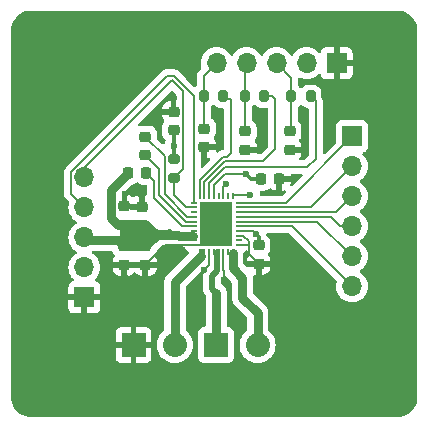
<source format=gbr>
%TF.GenerationSoftware,KiCad,Pcbnew,8.0.6-8.0.6-0~ubuntu24.04.1*%
%TF.CreationDate,2025-01-16T22:58:46-08:00*%
%TF.ProjectId,reaction_wheel,72656163-7469-46f6-9e5f-776865656c2e,v1a*%
%TF.SameCoordinates,Original*%
%TF.FileFunction,Copper,L1,Top*%
%TF.FilePolarity,Positive*%
%FSLAX46Y46*%
G04 Gerber Fmt 4.6, Leading zero omitted, Abs format (unit mm)*
G04 Created by KiCad (PCBNEW 8.0.6-8.0.6-0~ubuntu24.04.1) date 2025-01-16 22:58:46*
%MOMM*%
%LPD*%
G01*
G04 APERTURE LIST*
G04 Aperture macros list*
%AMRoundRect*
0 Rectangle with rounded corners*
0 $1 Rounding radius*
0 $2 $3 $4 $5 $6 $7 $8 $9 X,Y pos of 4 corners*
0 Add a 4 corners polygon primitive as box body*
4,1,4,$2,$3,$4,$5,$6,$7,$8,$9,$2,$3,0*
0 Add four circle primitives for the rounded corners*
1,1,$1+$1,$2,$3*
1,1,$1+$1,$4,$5*
1,1,$1+$1,$6,$7*
1,1,$1+$1,$8,$9*
0 Add four rect primitives between the rounded corners*
20,1,$1+$1,$2,$3,$4,$5,0*
20,1,$1+$1,$4,$5,$6,$7,0*
20,1,$1+$1,$6,$7,$8,$9,0*
20,1,$1+$1,$8,$9,$2,$3,0*%
G04 Aperture macros list end*
%TA.AperFunction,SMDPad,CuDef*%
%ADD10RoundRect,0.225000X-0.250000X0.225000X-0.250000X-0.225000X0.250000X-0.225000X0.250000X0.225000X0*%
%TD*%
%TA.AperFunction,ComponentPad*%
%ADD11R,1.700000X1.700000*%
%TD*%
%TA.AperFunction,ComponentPad*%
%ADD12O,1.700000X1.700000*%
%TD*%
%TA.AperFunction,SMDPad,CuDef*%
%ADD13O,0.600000X0.200000*%
%TD*%
%TA.AperFunction,SMDPad,CuDef*%
%ADD14O,0.200000X0.600000*%
%TD*%
%TA.AperFunction,HeatsinkPad*%
%ADD15C,0.337500*%
%TD*%
%TA.AperFunction,SMDPad,CuDef*%
%ADD16R,2.700000X3.700000*%
%TD*%
%TA.AperFunction,SMDPad,CuDef*%
%ADD17RoundRect,0.225000X0.225000X0.250000X-0.225000X0.250000X-0.225000X-0.250000X0.225000X-0.250000X0*%
%TD*%
%TA.AperFunction,SMDPad,CuDef*%
%ADD18RoundRect,0.200000X0.200000X0.275000X-0.200000X0.275000X-0.200000X-0.275000X0.200000X-0.275000X0*%
%TD*%
%TA.AperFunction,ComponentPad*%
%ADD19R,2.032000X2.032000*%
%TD*%
%TA.AperFunction,ComponentPad*%
%ADD20C,2.032000*%
%TD*%
%TA.AperFunction,SMDPad,CuDef*%
%ADD21RoundRect,0.225000X0.250000X-0.225000X0.250000X0.225000X-0.250000X0.225000X-0.250000X-0.225000X0*%
%TD*%
%TA.AperFunction,SMDPad,CuDef*%
%ADD22RoundRect,0.200000X-0.275000X0.200000X-0.275000X-0.200000X0.275000X-0.200000X0.275000X0.200000X0*%
%TD*%
%TA.AperFunction,SMDPad,CuDef*%
%ADD23RoundRect,0.225000X-0.225000X-0.250000X0.225000X-0.250000X0.225000X0.250000X-0.225000X0.250000X0*%
%TD*%
%TA.AperFunction,ViaPad*%
%ADD24C,0.600000*%
%TD*%
%TA.AperFunction,Conductor*%
%ADD25C,0.160000*%
%TD*%
%TA.AperFunction,Conductor*%
%ADD26C,0.200000*%
%TD*%
%TA.AperFunction,Conductor*%
%ADD27C,0.800000*%
%TD*%
%TA.AperFunction,Conductor*%
%ADD28C,0.300000*%
%TD*%
%TA.AperFunction,Conductor*%
%ADD29C,0.500000*%
%TD*%
G04 APERTURE END LIST*
D10*
%TO.P,C3,1*%
%TO.N,/ADC_C*%
X143897500Y-70522500D03*
%TO.P,C3,2*%
%TO.N,GND*%
X143897500Y-72072500D03*
%TD*%
D11*
%TO.P,J1,1,Pin_1*%
%TO.N,/PWM_L_C*%
X149162500Y-70942500D03*
D12*
%TO.P,J1,2,Pin_2*%
%TO.N,/PWM_H_C*%
X149162500Y-73482500D03*
%TO.P,J1,3,Pin_3*%
%TO.N,/PWM_L_B*%
X149162500Y-76022500D03*
%TO.P,J1,4,Pin_4*%
%TO.N,/PWM_H_B*%
X149162500Y-78562500D03*
%TO.P,J1,5,Pin_5*%
%TO.N,/PWM_L_A*%
X149162500Y-81102500D03*
%TO.P,J1,6,Pin_6*%
%TO.N,/PWM_H_A*%
X149162500Y-83642500D03*
%TD*%
D13*
%TO.P,U1,1,NSLEEP*%
%TO.N,/sleep*%
X135762500Y-76562500D03*
%TO.P,U1,2,NFAULT*%
%TO.N,/fault*%
X135762500Y-76962500D03*
%TO.P,U1,3,NC*%
%TO.N,unconnected-(U1-NC-Pad3)*%
X135762500Y-77362500D03*
%TO.P,U1,4,CPL*%
%TO.N,Net-(U1-CPL)*%
X135762500Y-77762500D03*
%TO.P,U1,5,CPH*%
%TO.N,Net-(U1-CPH)*%
X135762500Y-78162500D03*
%TO.P,U1,6,CP*%
%TO.N,Net-(U1-CP)*%
X135762500Y-78562500D03*
%TO.P,U1,7,VIN_AVDD*%
%TO.N,+12V*%
X135762500Y-78962500D03*
%TO.P,U1,8,VM*%
X135762500Y-79362500D03*
%TO.P,U1,9,VM*%
X135762500Y-79762500D03*
%TO.P,U1,10,PGND*%
%TO.N,GND*%
X135762500Y-80162500D03*
D14*
%TO.P,U1,11,OUTA*%
%TO.N,/OUT_A*%
X136262500Y-80762500D03*
%TO.P,U1,12,OUTA*%
X136662500Y-80762500D03*
%TO.P,U1,13,PGND*%
%TO.N,GND*%
X137062500Y-80762500D03*
%TO.P,U1,14,OUTB*%
%TO.N,/OUT_B*%
X137462500Y-80762500D03*
%TO.P,U1,15,OUTB*%
X137862500Y-80762500D03*
%TO.P,U1,16,PGND*%
%TO.N,GND*%
X138262500Y-80762500D03*
%TO.P,U1,17,OUTC*%
%TO.N,/OUT_C*%
X138662500Y-80762500D03*
%TO.P,U1,18,OUTC*%
X139062500Y-80762500D03*
D13*
%TO.P,U1,19,PGND*%
%TO.N,GND*%
X139562500Y-80162500D03*
%TO.P,U1,20,VM*%
%TO.N,unconnected-(U1-VM-Pad20)*%
X139562500Y-79762500D03*
%TO.P,U1,21,AGND*%
%TO.N,GND*%
X139562500Y-79362500D03*
%TO.P,U1,22,AVDD*%
%TO.N,+3.3V*%
X139562500Y-78962500D03*
%TO.P,U1,23,INHA*%
%TO.N,/PWM_H_A*%
X139562500Y-78562500D03*
%TO.P,U1,24,INLA*%
%TO.N,/PWM_L_A*%
X139562500Y-78162500D03*
%TO.P,U1,25,INHB*%
%TO.N,/PWM_H_B*%
X139562500Y-77762500D03*
%TO.P,U1,26,INLB*%
%TO.N,/PWM_L_B*%
X139562500Y-77362500D03*
%TO.P,U1,27,INHC*%
%TO.N,/PWM_H_C*%
X139562500Y-76962500D03*
%TO.P,U1,28,INLC*%
%TO.N,/PWM_L_C*%
X139562500Y-76562500D03*
D14*
%TO.P,U1,29,GAIN*%
%TO.N,Net-(U1-GAIN)*%
X139062500Y-75962500D03*
%TO.P,U1,30,SLEW*%
%TO.N,unconnected-(U1-SLEW-Pad30)*%
X138662500Y-75962500D03*
%TO.P,U1,31,MODE*%
%TO.N,Net-(U1-MODE)*%
X138262500Y-75962500D03*
%TO.P,U1,32,NC*%
%TO.N,unconnected-(U1-NC-Pad32)*%
X137862500Y-75962500D03*
%TO.P,U1,33,CSAREF*%
%TO.N,+3.3V*%
X137462500Y-75962500D03*
%TO.P,U1,34,SOC*%
%TO.N,Net-(U1-SOC)*%
X137062500Y-75962500D03*
%TO.P,U1,35,SOB*%
%TO.N,Net-(U1-SOB)*%
X136662500Y-75962500D03*
%TO.P,U1,36,SOA*%
%TO.N,Net-(U1-SOA)*%
X136262500Y-75962500D03*
D15*
%TO.P,U1,37,EPAD*%
%TO.N,GND*%
X136987500Y-77437500D03*
X136987500Y-78362500D03*
X136987500Y-79287500D03*
X137662500Y-77437500D03*
X137662500Y-78362500D03*
D16*
X137662500Y-78362500D03*
D15*
X137662500Y-79287500D03*
X138337500Y-77437500D03*
X138337500Y-78362500D03*
X138337500Y-79287500D03*
%TD*%
D10*
%TO.P,C2,1*%
%TO.N,/ADC_A*%
X136662500Y-70287500D03*
%TO.P,C2,2*%
%TO.N,GND*%
X136662500Y-71837500D03*
%TD*%
D17*
%TO.P,C9,1*%
%TO.N,GND*%
X143012500Y-74562500D03*
%TO.P,C9,2*%
%TO.N,+3.3V*%
X141462500Y-74562500D03*
%TD*%
D11*
%TO.P,J4,1,Pin_1*%
%TO.N,GND*%
X126500000Y-84580000D03*
D12*
%TO.P,J4,2,Pin_2*%
%TO.N,+3.3V*%
X126500000Y-82040000D03*
%TO.P,J4,3,Pin_3*%
%TO.N,+12V*%
X126500000Y-79500000D03*
%TO.P,J4,4,Pin_4*%
%TO.N,/sleep*%
X126500000Y-76960000D03*
%TO.P,J4,5,Pin_5*%
%TO.N,/fault*%
X126500000Y-74420000D03*
%TD*%
D10*
%TO.P,C4,1*%
%TO.N,Net-(U1-CPL)*%
X131662500Y-70987500D03*
%TO.P,C4,2*%
%TO.N,Net-(U1-CPH)*%
X131662500Y-72537500D03*
%TD*%
%TO.P,C8,1*%
%TO.N,GND*%
X134062500Y-68887500D03*
%TO.P,C8,2*%
%TO.N,+3.3V*%
X134062500Y-70437500D03*
%TD*%
%TO.P,C10,1*%
%TO.N,GND*%
X129862500Y-76887500D03*
%TO.P,C10,2*%
%TO.N,+12V*%
X129862500Y-78437500D03*
%TD*%
D18*
%TO.P,R4,1*%
%TO.N,Net-(U1-SOA)*%
X138237500Y-67562500D03*
%TO.P,R4,2*%
%TO.N,/ADC_A*%
X136587500Y-67562500D03*
%TD*%
D11*
%TO.P,J2,1,Pin_1*%
%TO.N,GND*%
X147852500Y-64762500D03*
D12*
%TO.P,J2,2,Pin_2*%
%TO.N,+3.3V*%
X145312500Y-64762500D03*
%TO.P,J2,3,Pin_3*%
%TO.N,/ADC_C*%
X142772500Y-64762500D03*
%TO.P,J2,4,Pin_4*%
%TO.N,/ADC_B*%
X140232500Y-64762500D03*
%TO.P,J2,5,Pin_5*%
%TO.N,/ADC_A*%
X137692500Y-64762500D03*
%TD*%
D19*
%TO.P,J3,1,Pin_1*%
%TO.N,/OUT_B*%
X137662500Y-88612500D03*
D20*
%TO.P,J3,2,Pin_2*%
%TO.N,/OUT_C*%
X141162500Y-88612500D03*
%TD*%
D10*
%TO.P,C7,1*%
%TO.N,+3.3V*%
X141262500Y-80187500D03*
%TO.P,C7,2*%
%TO.N,GND*%
X141262500Y-81737500D03*
%TD*%
D19*
%TO.P,J5,1,Pin_1*%
%TO.N,GND*%
X130662500Y-88612500D03*
D20*
%TO.P,J5,2,Pin_2*%
%TO.N,/OUT_A*%
X134162500Y-88612500D03*
%TD*%
D21*
%TO.P,C12,1*%
%TO.N,GND*%
X131662500Y-81812500D03*
%TO.P,C12,2*%
%TO.N,+12V*%
X131662500Y-80262500D03*
%TD*%
D22*
%TO.P,R5,1*%
%TO.N,+3.3V*%
X134062500Y-72837500D03*
%TO.P,R5,2*%
%TO.N,/fault*%
X134062500Y-74487500D03*
%TD*%
D10*
%TO.P,C11,1*%
%TO.N,GND*%
X131412500Y-76912500D03*
%TO.P,C11,2*%
%TO.N,+12V*%
X131412500Y-78462500D03*
%TD*%
D18*
%TO.P,R1,1*%
%TO.N,Net-(U1-SOB)*%
X141722500Y-67562500D03*
%TO.P,R1,2*%
%TO.N,/ADC_B*%
X140072500Y-67562500D03*
%TD*%
D21*
%TO.P,C6,1*%
%TO.N,GND*%
X129862500Y-81812500D03*
%TO.P,C6,2*%
%TO.N,+12V*%
X129862500Y-80262500D03*
%TD*%
D10*
%TO.P,C1,1*%
%TO.N,/ADC_B*%
X140122500Y-70522500D03*
%TO.P,C1,2*%
%TO.N,GND*%
X140122500Y-72072500D03*
%TD*%
D23*
%TO.P,C5,1*%
%TO.N,+12V*%
X130187500Y-74062500D03*
%TO.P,C5,2*%
%TO.N,Net-(U1-CP)*%
X131737500Y-74062500D03*
%TD*%
D18*
%TO.P,R2,1*%
%TO.N,Net-(U1-SOC)*%
X145662500Y-67562500D03*
%TO.P,R2,2*%
%TO.N,/ADC_C*%
X144012500Y-67562500D03*
%TD*%
D24*
%TO.N,GND*%
X136700000Y-73000000D03*
X133825000Y-81125000D03*
X134100000Y-67700000D03*
X135675000Y-83975000D03*
X131312500Y-75862500D03*
X141325000Y-82875000D03*
X132500000Y-69000000D03*
X143200000Y-81250000D03*
X147762500Y-66462500D03*
X129962500Y-75862500D03*
X145200000Y-72125000D03*
X137950000Y-71750000D03*
X144162500Y-74562500D03*
X138325000Y-83125000D03*
X129962500Y-82862500D03*
X131662500Y-82862500D03*
X136662501Y-82262500D03*
X149762500Y-64812500D03*
X141065000Y-72135000D03*
%TO.N,+3.3V*%
X141012500Y-79212500D03*
X140162500Y-74122500D03*
X134062500Y-71762500D03*
%TO.N,Net-(U1-GAIN)*%
X140562500Y-75911400D03*
%TO.N,Net-(U1-MODE)*%
X138500000Y-75000000D03*
%TD*%
D25*
%TO.N,/sleep*%
X135762500Y-76562500D02*
X135762500Y-67553384D01*
X125370000Y-75830000D02*
X126500000Y-76960000D01*
X135762500Y-67553384D02*
X134049116Y-65840000D01*
X134049116Y-65840000D02*
X133481938Y-65840000D01*
X133481938Y-65840000D02*
X125370000Y-73951938D01*
X125370000Y-73951938D02*
X125370000Y-75830000D01*
%TO.N,/fault*%
X134817500Y-67117500D02*
X133900000Y-66200000D01*
X134817500Y-73732500D02*
X134817500Y-67117500D01*
X133900000Y-66200000D02*
X126500000Y-73600000D01*
X126500000Y-73600000D02*
X126500000Y-74420000D01*
D26*
X134062500Y-74487500D02*
X134817500Y-73732500D01*
D25*
%TO.N,GND*%
X145147500Y-72072500D02*
X143897500Y-72072500D01*
X138325000Y-83125000D02*
X138325000Y-82304239D01*
D26*
X137662500Y-78762500D02*
X137662500Y-78362500D01*
X140362500Y-80162500D02*
X140412500Y-80212500D01*
X129862500Y-75962500D02*
X129862500Y-76887500D01*
D25*
X138949200Y-80114100D02*
X138949200Y-79410900D01*
D26*
X135762500Y-80162500D02*
X136262500Y-80162500D01*
X131312500Y-75862500D02*
X131312500Y-76812500D01*
D25*
X136062500Y-83587500D02*
X136062500Y-82862501D01*
D26*
X140412500Y-80887500D02*
X141262500Y-81737500D01*
X139928185Y-79362500D02*
X140412500Y-79846815D01*
X136262500Y-80162500D02*
X137662500Y-78762500D01*
D25*
X135675000Y-83250001D02*
X136662501Y-82262500D01*
D26*
X143012500Y-74562500D02*
X144162500Y-74562500D01*
D25*
X135675000Y-83975000D02*
X135675000Y-83250001D01*
X135675000Y-83975000D02*
X136062500Y-83587500D01*
D26*
X133312500Y-80162500D02*
X131662500Y-81812500D01*
X139562500Y-80162500D02*
X140362500Y-80162500D01*
D25*
X145200000Y-72125000D02*
X145147500Y-72072500D01*
D26*
X141262500Y-82812500D02*
X141262500Y-81737500D01*
X141325000Y-82875000D02*
X141262500Y-82812500D01*
D25*
X141002500Y-72072500D02*
X140122500Y-72072500D01*
D26*
X131312500Y-75862500D02*
X129962500Y-75862500D01*
D25*
X141065000Y-72135000D02*
X141002500Y-72072500D01*
D26*
X140412500Y-79846815D02*
X140412500Y-80212500D01*
X135762500Y-80162500D02*
X133312500Y-80162500D01*
X131312500Y-76812500D02*
X131412500Y-76912500D01*
D25*
X138325000Y-82304239D02*
X138262499Y-82241738D01*
D26*
X129962500Y-75862500D02*
X129862500Y-75962500D01*
X140412500Y-80212500D02*
X140412500Y-80887500D01*
D25*
X137062501Y-81862500D02*
X136662501Y-82262500D01*
X137062501Y-80813600D02*
X137062501Y-81862500D01*
X138262499Y-82241738D02*
X138262499Y-80813600D01*
D26*
X139562500Y-79362500D02*
X139928185Y-79362500D01*
D25*
%TO.N,/ADC_B*%
X140072500Y-64922500D02*
X140232500Y-64762500D01*
X140122500Y-70522500D02*
X140122500Y-67612500D01*
X140072500Y-67562500D02*
X140072500Y-64922500D01*
X140122500Y-67612500D02*
X140072500Y-67562500D01*
%TO.N,/ADC_A*%
X136662500Y-67637500D02*
X136587500Y-67562500D01*
X136587500Y-67562500D02*
X136587500Y-65867500D01*
X136587500Y-65867500D02*
X137692500Y-64762500D01*
X136662500Y-70287500D02*
X136662500Y-67637500D01*
X136622500Y-67527500D02*
X136587500Y-67562500D01*
%TO.N,/ADC_C*%
X144012500Y-70407500D02*
X143897500Y-70522500D01*
X144012500Y-67562500D02*
X144012500Y-66002500D01*
X144012500Y-66002500D02*
X142772500Y-64762500D01*
X144012500Y-67562500D02*
X144012500Y-70407500D01*
%TO.N,Net-(U1-CPH)*%
X132812500Y-75899901D02*
X132812500Y-73687500D01*
X135075099Y-78162500D02*
X132812500Y-75899901D01*
X135719400Y-78162500D02*
X135075099Y-78162500D01*
X132812500Y-73687500D02*
X131662500Y-72537500D01*
%TO.N,Net-(U1-CPL)*%
X131662500Y-70987500D02*
X133287500Y-72612500D01*
X133287500Y-75837500D02*
X135212500Y-77762500D01*
X133287500Y-72612500D02*
X133287500Y-75837500D01*
D26*
X135762500Y-77762500D02*
X135212500Y-77762500D01*
D25*
%TO.N,Net-(U1-CP)*%
X132412500Y-76212500D02*
X134762500Y-78562500D01*
X131737500Y-74062500D02*
X132412500Y-74737500D01*
X134762500Y-78562500D02*
X135719400Y-78562500D01*
X132412500Y-74737500D02*
X132412500Y-76212500D01*
D27*
%TO.N,+12V*%
X129862500Y-78437500D02*
X129377500Y-78437500D01*
X131662500Y-78412500D02*
X131662500Y-78462500D01*
X126662500Y-79742500D02*
X129342500Y-79742500D01*
X129342500Y-79742500D02*
X129862500Y-80262500D01*
X129377500Y-78437500D02*
X128787500Y-77847500D01*
X128787500Y-75462500D02*
X130187500Y-74062500D01*
X129862500Y-78437500D02*
X129862500Y-80262500D01*
X129862500Y-78437500D02*
X129862500Y-78462500D01*
X132660900Y-79264100D02*
X134404100Y-79264100D01*
X131662500Y-80262500D02*
X132660900Y-79264100D01*
X134404100Y-79264100D02*
X134502501Y-79362501D01*
X129887500Y-78412500D02*
X129862500Y-78437500D01*
X129862500Y-80262500D02*
X131662500Y-80262500D01*
X128787500Y-77847500D02*
X128787500Y-75462500D01*
X129862500Y-78462500D02*
X131662500Y-80262500D01*
X131662500Y-78462500D02*
X129862500Y-80262500D01*
X131662500Y-80262500D02*
X131662500Y-78412500D01*
X131662500Y-78412500D02*
X129887500Y-78412500D01*
X134502501Y-79362501D02*
X135665500Y-79362501D01*
X131662500Y-78412500D02*
X132612501Y-79362501D01*
D28*
%TO.N,+3.3V*%
X134062500Y-71762500D02*
X134062500Y-70437500D01*
X140602500Y-74562500D02*
X140162500Y-74122500D01*
X141262500Y-80187500D02*
X141262500Y-79462500D01*
D25*
X140989336Y-79762500D02*
X141125918Y-79899082D01*
D26*
X139562500Y-78962500D02*
X140762500Y-78962500D01*
D28*
X134062500Y-70437500D02*
X134062500Y-72837500D01*
D25*
X134062500Y-71762500D02*
X134062500Y-72837500D01*
X141012500Y-79785664D02*
X141125918Y-79899082D01*
D26*
X140762500Y-78962500D02*
X141012500Y-79212500D01*
X138380786Y-74122500D02*
X137462500Y-75040786D01*
X137462500Y-75040786D02*
X137462500Y-75962500D01*
X140162500Y-74122500D02*
X138380786Y-74122500D01*
D28*
X141262500Y-79462500D02*
X141012500Y-79212500D01*
X141462500Y-74562500D02*
X140602500Y-74562500D01*
D25*
%TO.N,/PWM_L_B*%
X147822501Y-77362499D02*
X139605600Y-77362499D01*
X149162500Y-76022500D02*
X147822501Y-77362499D01*
%TO.N,/PWM_H_C*%
X145682500Y-76962500D02*
X139605600Y-76962500D01*
X149162500Y-73482500D02*
X145682500Y-76962500D01*
%TO.N,/PWM_L_C*%
X143542499Y-76562501D02*
X139605600Y-76562501D01*
X149162500Y-70942500D02*
X143542499Y-76562501D01*
%TO.N,/PWM_L_A*%
X146222500Y-78162500D02*
X139605600Y-78162500D01*
X149162500Y-81102500D02*
X146222500Y-78162500D01*
%TO.N,/PWM_H_A*%
X149162500Y-83642500D02*
X144082500Y-78562500D01*
X144082500Y-78562500D02*
X139605600Y-78562500D01*
%TO.N,/PWM_H_B*%
X147362501Y-77762501D02*
X139605600Y-77762501D01*
X149162500Y-78562500D02*
X148162500Y-78562500D01*
X148162500Y-78562500D02*
X147362501Y-77762501D01*
D27*
%TO.N,/OUT_A*%
X134806401Y-82668599D02*
X134162500Y-83312500D01*
X134162500Y-83312500D02*
X134162500Y-88612500D01*
X134807500Y-82668599D02*
X134806401Y-82668599D01*
X136360901Y-81115198D02*
X134807500Y-82668599D01*
%TO.N,/OUT_C*%
X139062500Y-82122500D02*
X139062500Y-80867500D01*
X141162500Y-85872500D02*
X139887500Y-84597500D01*
X141162500Y-88612500D02*
X141162500Y-85872500D01*
X139887500Y-84597500D02*
X139887500Y-82947500D01*
X139887500Y-82947500D02*
X139062500Y-82122500D01*
D26*
%TO.N,/OUT_B*%
X137462500Y-80762500D02*
X137687500Y-80762500D01*
D27*
X137662500Y-84212500D02*
X137662500Y-88612500D01*
D29*
X137687500Y-82387500D02*
X137287500Y-82787500D01*
X137287500Y-83837500D02*
X137662500Y-84212500D01*
D26*
X137687500Y-80762500D02*
X137862500Y-80762500D01*
D29*
X137687500Y-80762500D02*
X137687500Y-82387500D01*
D27*
X137662500Y-88612500D02*
X137560899Y-88510899D01*
D29*
X137287500Y-82787500D02*
X137287500Y-83837500D01*
D25*
%TO.N,Net-(U1-SOB)*%
X141652744Y-73062500D02*
X142662500Y-72052744D01*
X136662499Y-75272501D02*
X136662499Y-75911400D01*
X142662500Y-67812500D02*
X142412500Y-67562500D01*
X138394266Y-73062500D02*
X141652744Y-73062500D01*
X136662499Y-75312500D02*
X136662499Y-74794267D01*
X136662499Y-74794267D02*
X138394266Y-73062500D01*
X136662499Y-75279137D02*
X136662499Y-75312500D01*
X142412500Y-67562500D02*
X141722500Y-67562500D01*
X142662500Y-72052744D02*
X142662500Y-67812500D01*
X136662499Y-75312500D02*
X136662499Y-75911400D01*
%TO.N,Net-(U1-SOC)*%
X145662500Y-67562500D02*
X146087500Y-67987500D01*
X145377744Y-73542500D02*
X138423384Y-73542500D01*
X138423384Y-73542500D02*
X137062501Y-74903383D01*
X146087500Y-67987500D02*
X146087500Y-72832744D01*
X137062501Y-74903383D02*
X137062501Y-75911400D01*
X146087500Y-72832744D02*
X145377744Y-73542500D01*
%TO.N,Net-(U1-GAIN)*%
X140562500Y-75911400D02*
X139062500Y-75911400D01*
%TO.N,Net-(U1-SOA)*%
X138487500Y-67812500D02*
X138237500Y-67562500D01*
X138543382Y-72702500D02*
X138912500Y-72333382D01*
X136262500Y-74685150D02*
X137274916Y-73672733D01*
X138245149Y-72702500D02*
X138543382Y-72702500D01*
X136262500Y-75911400D02*
X136262500Y-74685150D01*
X138912500Y-72333382D02*
X138912500Y-67812500D01*
X137274916Y-73672733D02*
X138245149Y-72702500D01*
X138912500Y-67812500D02*
X138487500Y-67812500D01*
%TO.N,/fault*%
X135719400Y-76962500D02*
X135111399Y-76962500D01*
X134062500Y-75913601D02*
X134062500Y-74487500D01*
X135111399Y-76962500D02*
X134062500Y-75913601D01*
%TO.N,Net-(U1-MODE)*%
X138262500Y-75237500D02*
X138262500Y-75962500D01*
X138500000Y-75000000D02*
X138262500Y-75237500D01*
%TD*%
%TA.AperFunction,Conductor*%
%TO.N,/OUT_A*%
G36*
X136696632Y-80503368D02*
G01*
X136700000Y-80511500D01*
X136700000Y-81238500D01*
X136696632Y-81246632D01*
X136688500Y-81250000D01*
X136211500Y-81250000D01*
X136203368Y-81246632D01*
X136200000Y-81238500D01*
X136200000Y-80511500D01*
X136203368Y-80503368D01*
X136211500Y-80500000D01*
X136688500Y-80500000D01*
X136696632Y-80503368D01*
G37*
%TD.AperFunction*%
%TD*%
%TA.AperFunction,Conductor*%
%TO.N,GND*%
G36*
X137030833Y-77258030D02*
G01*
X137075180Y-77286531D01*
X137325000Y-77536351D01*
X137440634Y-77420717D01*
X137578125Y-77420717D01*
X137578125Y-77454283D01*
X137590970Y-77485295D01*
X137614705Y-77509030D01*
X137645717Y-77521875D01*
X137679283Y-77521875D01*
X137710295Y-77509030D01*
X137734030Y-77485295D01*
X137746875Y-77454283D01*
X137746875Y-77420717D01*
X137734030Y-77389705D01*
X137710295Y-77365970D01*
X137679283Y-77353125D01*
X137645717Y-77353125D01*
X137614705Y-77365970D01*
X137590970Y-77389705D01*
X137578125Y-77420717D01*
X137440634Y-77420717D01*
X137574819Y-77286532D01*
X137636142Y-77253047D01*
X137705834Y-77258031D01*
X137750181Y-77286532D01*
X138000000Y-77536351D01*
X138115634Y-77420717D01*
X138253125Y-77420717D01*
X138253125Y-77454283D01*
X138265970Y-77485295D01*
X138289705Y-77509030D01*
X138320717Y-77521875D01*
X138354283Y-77521875D01*
X138385295Y-77509030D01*
X138409030Y-77485295D01*
X138421875Y-77454283D01*
X138421875Y-77420717D01*
X138409030Y-77389705D01*
X138385295Y-77365970D01*
X138354283Y-77353125D01*
X138320717Y-77353125D01*
X138289705Y-77365970D01*
X138265970Y-77389705D01*
X138253125Y-77420717D01*
X138115634Y-77420717D01*
X138249819Y-77286532D01*
X138311142Y-77253047D01*
X138380834Y-77258031D01*
X138425181Y-77286532D01*
X138725751Y-77587102D01*
X138759236Y-77648425D01*
X138760361Y-77675316D01*
X138762000Y-77675316D01*
X138762000Y-77801287D01*
X138742315Y-77868326D01*
X138732362Y-77876950D01*
X138762304Y-77899364D01*
X138786721Y-77964829D01*
X138782812Y-78005767D01*
X138762000Y-78083441D01*
X138762000Y-78125287D01*
X138742315Y-78192326D01*
X138725681Y-78212968D01*
X138576149Y-78362500D01*
X138725681Y-78512032D01*
X138759166Y-78573355D01*
X138762000Y-78599713D01*
X138762000Y-78641558D01*
X138782812Y-78719232D01*
X138781149Y-78789082D01*
X138741985Y-78846944D01*
X138736894Y-78849123D01*
X138737267Y-78849403D01*
X138761684Y-78914867D01*
X138762000Y-78923713D01*
X138762000Y-79049684D01*
X138758569Y-79049684D01*
X138750240Y-79103074D01*
X138725751Y-79137897D01*
X138425180Y-79438467D01*
X138363857Y-79471952D01*
X138294165Y-79466968D01*
X138249818Y-79438467D01*
X138082068Y-79270717D01*
X138253125Y-79270717D01*
X138253125Y-79304283D01*
X138265970Y-79335295D01*
X138289705Y-79359030D01*
X138320717Y-79371875D01*
X138354283Y-79371875D01*
X138385295Y-79359030D01*
X138409030Y-79335295D01*
X138421875Y-79304283D01*
X138421875Y-79270717D01*
X138409030Y-79239705D01*
X138385295Y-79215970D01*
X138354283Y-79203125D01*
X138320717Y-79203125D01*
X138289705Y-79215970D01*
X138265970Y-79239705D01*
X138253125Y-79270717D01*
X138082068Y-79270717D01*
X138000000Y-79188649D01*
X137750181Y-79438468D01*
X137688858Y-79471953D01*
X137619166Y-79466969D01*
X137574819Y-79438468D01*
X137407068Y-79270717D01*
X137578125Y-79270717D01*
X137578125Y-79304283D01*
X137590970Y-79335295D01*
X137614705Y-79359030D01*
X137645717Y-79371875D01*
X137679283Y-79371875D01*
X137710295Y-79359030D01*
X137734030Y-79335295D01*
X137746875Y-79304283D01*
X137746875Y-79270717D01*
X137734030Y-79239705D01*
X137710295Y-79215970D01*
X137679283Y-79203125D01*
X137645717Y-79203125D01*
X137614705Y-79215970D01*
X137590970Y-79239705D01*
X137578125Y-79270717D01*
X137407068Y-79270717D01*
X137325000Y-79188649D01*
X137075181Y-79438468D01*
X137013858Y-79471953D01*
X136944166Y-79466969D01*
X136899819Y-79438468D01*
X136732068Y-79270717D01*
X136903125Y-79270717D01*
X136903125Y-79304283D01*
X136915970Y-79335295D01*
X136939705Y-79359030D01*
X136970717Y-79371875D01*
X137004283Y-79371875D01*
X137035295Y-79359030D01*
X137059030Y-79335295D01*
X137071875Y-79304283D01*
X137071875Y-79270717D01*
X137059030Y-79239705D01*
X137035295Y-79215970D01*
X137004283Y-79203125D01*
X136970717Y-79203125D01*
X136939705Y-79215970D01*
X136915970Y-79239705D01*
X136903125Y-79270717D01*
X136732068Y-79270717D01*
X136599248Y-79137897D01*
X136565763Y-79076574D01*
X136564670Y-79049685D01*
X136563000Y-79049685D01*
X136563000Y-78923713D01*
X136582685Y-78856674D01*
X136592636Y-78848050D01*
X136564523Y-78827004D01*
X136761643Y-78827004D01*
X136768203Y-78830000D01*
X136774681Y-78836032D01*
X136987500Y-79048851D01*
X137086351Y-78950000D01*
X137086351Y-78908444D01*
X137106036Y-78841405D01*
X137118433Y-78826020D01*
X137118433Y-78823978D01*
X137531566Y-78823978D01*
X137531566Y-78828521D01*
X137560815Y-78882085D01*
X137563649Y-78908445D01*
X137563649Y-78950000D01*
X137662500Y-79048851D01*
X137761351Y-78950000D01*
X137761351Y-78908444D01*
X137781036Y-78841405D01*
X137793433Y-78826020D01*
X137793433Y-78823978D01*
X138206566Y-78823978D01*
X138206566Y-78828521D01*
X138235815Y-78882085D01*
X138238649Y-78908445D01*
X138238649Y-78950000D01*
X138337500Y-79048851D01*
X138550319Y-78836032D01*
X138564590Y-78828239D01*
X138337500Y-78601149D01*
X138238649Y-78700000D01*
X138238649Y-78741554D01*
X138218964Y-78808593D01*
X138206566Y-78823978D01*
X137793433Y-78823978D01*
X137793433Y-78821477D01*
X137764185Y-78767914D01*
X137761351Y-78741556D01*
X137761351Y-78700000D01*
X137662500Y-78601149D01*
X137563649Y-78700000D01*
X137563649Y-78741554D01*
X137543964Y-78808593D01*
X137531566Y-78823978D01*
X137118433Y-78823978D01*
X137118433Y-78821477D01*
X137089185Y-78767914D01*
X137086351Y-78741556D01*
X137086351Y-78700000D01*
X136987500Y-78601149D01*
X136761643Y-78827004D01*
X136564523Y-78827004D01*
X136562694Y-78825635D01*
X136538277Y-78760171D01*
X136542185Y-78719237D01*
X136563000Y-78641557D01*
X136563000Y-78599713D01*
X136582685Y-78532674D01*
X136599319Y-78512032D01*
X136748851Y-78362500D01*
X136732068Y-78345717D01*
X136903125Y-78345717D01*
X136903125Y-78379283D01*
X136915970Y-78410295D01*
X136939705Y-78434030D01*
X136970717Y-78446875D01*
X137004283Y-78446875D01*
X137035295Y-78434030D01*
X137059030Y-78410295D01*
X137071875Y-78379283D01*
X137071875Y-78362500D01*
X137226149Y-78362500D01*
X137325000Y-78461351D01*
X137423851Y-78362500D01*
X137407068Y-78345717D01*
X137578125Y-78345717D01*
X137578125Y-78379283D01*
X137590970Y-78410295D01*
X137614705Y-78434030D01*
X137645717Y-78446875D01*
X137679283Y-78446875D01*
X137710295Y-78434030D01*
X137734030Y-78410295D01*
X137746875Y-78379283D01*
X137746875Y-78362500D01*
X137901149Y-78362500D01*
X138000000Y-78461351D01*
X138098851Y-78362500D01*
X138082068Y-78345717D01*
X138253125Y-78345717D01*
X138253125Y-78379283D01*
X138265970Y-78410295D01*
X138289705Y-78434030D01*
X138320717Y-78446875D01*
X138354283Y-78446875D01*
X138385295Y-78434030D01*
X138409030Y-78410295D01*
X138421875Y-78379283D01*
X138421875Y-78345717D01*
X138409030Y-78314705D01*
X138385295Y-78290970D01*
X138354283Y-78278125D01*
X138320717Y-78278125D01*
X138289705Y-78290970D01*
X138265970Y-78314705D01*
X138253125Y-78345717D01*
X138082068Y-78345717D01*
X138000000Y-78263649D01*
X137901149Y-78362500D01*
X137746875Y-78362500D01*
X137746875Y-78345717D01*
X137734030Y-78314705D01*
X137710295Y-78290970D01*
X137679283Y-78278125D01*
X137645717Y-78278125D01*
X137614705Y-78290970D01*
X137590970Y-78314705D01*
X137578125Y-78345717D01*
X137407068Y-78345717D01*
X137325000Y-78263649D01*
X137226149Y-78362500D01*
X137071875Y-78362500D01*
X137071875Y-78345717D01*
X137059030Y-78314705D01*
X137035295Y-78290970D01*
X137004283Y-78278125D01*
X136970717Y-78278125D01*
X136939705Y-78290970D01*
X136915970Y-78314705D01*
X136903125Y-78345717D01*
X136732068Y-78345717D01*
X136599319Y-78212968D01*
X136565834Y-78151645D01*
X136563000Y-78125287D01*
X136563000Y-78083445D01*
X136563000Y-78083443D01*
X136542186Y-78005765D01*
X136543849Y-77935918D01*
X136570351Y-77896760D01*
X136760409Y-77896760D01*
X136987500Y-78123851D01*
X137086351Y-78025000D01*
X137086351Y-77983444D01*
X137106036Y-77916405D01*
X137118433Y-77901020D01*
X137118433Y-77898978D01*
X137531566Y-77898978D01*
X137531566Y-77903521D01*
X137560815Y-77957085D01*
X137563649Y-77983445D01*
X137563649Y-78025000D01*
X137662500Y-78123851D01*
X137761351Y-78025000D01*
X137761351Y-77983444D01*
X137781036Y-77916405D01*
X137793433Y-77901020D01*
X137793433Y-77898978D01*
X138206566Y-77898978D01*
X138206566Y-77903521D01*
X138235815Y-77957085D01*
X138238649Y-77983445D01*
X138238649Y-78025000D01*
X138337499Y-78123850D01*
X138563355Y-77897994D01*
X138556797Y-77895000D01*
X138550319Y-77888968D01*
X138337500Y-77676149D01*
X138238649Y-77775000D01*
X138238649Y-77816554D01*
X138218964Y-77883593D01*
X138206566Y-77898978D01*
X137793433Y-77898978D01*
X137793433Y-77896477D01*
X137764185Y-77842914D01*
X137761351Y-77816556D01*
X137761351Y-77775000D01*
X137662500Y-77676149D01*
X137563649Y-77775000D01*
X137563649Y-77816554D01*
X137543964Y-77883593D01*
X137531566Y-77898978D01*
X137118433Y-77898978D01*
X137118433Y-77896477D01*
X137089185Y-77842914D01*
X137086351Y-77816556D01*
X137086351Y-77775000D01*
X136987500Y-77676149D01*
X136774681Y-77888968D01*
X136760409Y-77896760D01*
X136570351Y-77896760D01*
X136583011Y-77878055D01*
X136588103Y-77875874D01*
X136587733Y-77875597D01*
X136563316Y-77810133D01*
X136563000Y-77801287D01*
X136563000Y-77675315D01*
X136566460Y-77675315D01*
X136574675Y-77622104D01*
X136599248Y-77587101D01*
X136765632Y-77420717D01*
X136903125Y-77420717D01*
X136903125Y-77454283D01*
X136915970Y-77485295D01*
X136939705Y-77509030D01*
X136970717Y-77521875D01*
X137004283Y-77521875D01*
X137035295Y-77509030D01*
X137059030Y-77485295D01*
X137071875Y-77454283D01*
X137071875Y-77420717D01*
X137059030Y-77389705D01*
X137035295Y-77365970D01*
X137004283Y-77353125D01*
X136970717Y-77353125D01*
X136939705Y-77365970D01*
X136915970Y-77389705D01*
X136903125Y-77420717D01*
X136765632Y-77420717D01*
X136899818Y-77286531D01*
X136961141Y-77253046D01*
X137030833Y-77258030D01*
G37*
%TD.AperFunction*%
%TA.AperFunction,Conductor*%
G36*
X131005834Y-74847692D02*
G01*
X131050181Y-74876193D01*
X131059455Y-74885467D01*
X131059459Y-74885470D01*
X131203794Y-74974498D01*
X131203797Y-74974499D01*
X131203803Y-74974503D01*
X131364792Y-75027849D01*
X131464155Y-75038000D01*
X131708000Y-75037999D01*
X131775039Y-75057683D01*
X131820794Y-75110487D01*
X131832000Y-75161999D01*
X131832000Y-75838500D01*
X131812315Y-75905539D01*
X131759511Y-75951294D01*
X131708000Y-75962500D01*
X131662500Y-75962500D01*
X131662500Y-77038500D01*
X131642815Y-77105539D01*
X131590011Y-77151294D01*
X131538500Y-77162500D01*
X130470862Y-77162500D01*
X130403823Y-77142815D01*
X130397227Y-77137500D01*
X129812000Y-77137500D01*
X129744961Y-77117815D01*
X129699206Y-77065011D01*
X129688000Y-77013500D01*
X129688000Y-76637500D01*
X130112500Y-76637500D01*
X130804138Y-76637500D01*
X130871177Y-76657185D01*
X130877773Y-76662500D01*
X131162500Y-76662500D01*
X131162500Y-75962500D01*
X131162499Y-75962499D01*
X131114193Y-75962500D01*
X131114175Y-75962501D01*
X131014892Y-75972644D01*
X130854018Y-76025952D01*
X130854007Y-76025957D01*
X130719283Y-76109057D01*
X130651891Y-76127498D01*
X130585227Y-76106576D01*
X130566505Y-76091200D01*
X130565232Y-76089927D01*
X130565228Y-76089924D01*
X130420992Y-76000957D01*
X130420981Y-76000952D01*
X130260106Y-75947644D01*
X130160822Y-75937500D01*
X130112500Y-75937500D01*
X130112500Y-76637500D01*
X129688000Y-76637500D01*
X129688000Y-75886861D01*
X129707685Y-75819822D01*
X129724315Y-75799184D01*
X130457113Y-75066385D01*
X130518434Y-75032902D01*
X130532188Y-75030710D01*
X130560208Y-75027849D01*
X130721197Y-74974503D01*
X130865544Y-74885468D01*
X130874819Y-74876193D01*
X130936142Y-74842708D01*
X131005834Y-74847692D01*
G37*
%TD.AperFunction*%
%TA.AperFunction,Conductor*%
G36*
X144928726Y-74142685D02*
G01*
X144974481Y-74195489D01*
X144984425Y-74264647D01*
X144955400Y-74328203D01*
X144949368Y-74334681D01*
X144138160Y-75145888D01*
X144076837Y-75179373D01*
X144007145Y-75174389D01*
X143951212Y-75132517D01*
X143926795Y-75067053D01*
X143932773Y-75019202D01*
X143952356Y-74960105D01*
X143962499Y-74860822D01*
X143962500Y-74860809D01*
X143962500Y-74812500D01*
X143262500Y-74812500D01*
X143262500Y-75537499D01*
X143285808Y-75537499D01*
X143285822Y-75537498D01*
X143385105Y-75527356D01*
X143444202Y-75507773D01*
X143514031Y-75505371D01*
X143574073Y-75541102D01*
X143605266Y-75603623D01*
X143597706Y-75673082D01*
X143570888Y-75713160D01*
X143338367Y-75945682D01*
X143277044Y-75979167D01*
X143250686Y-75982001D01*
X141486833Y-75982001D01*
X141419794Y-75962316D01*
X141374039Y-75909512D01*
X141363613Y-75871884D01*
X141347869Y-75732150D01*
X141347867Y-75732142D01*
X141337654Y-75702953D01*
X141334093Y-75633174D01*
X141368822Y-75572547D01*
X141430816Y-75540320D01*
X141454696Y-75537999D01*
X141735838Y-75537999D01*
X141735844Y-75537999D01*
X141735852Y-75537998D01*
X141735855Y-75537998D01*
X141790260Y-75532440D01*
X141835208Y-75527849D01*
X141996197Y-75474503D01*
X142140544Y-75385468D01*
X142150168Y-75375843D01*
X142211487Y-75342356D01*
X142281179Y-75347335D01*
X142325534Y-75375839D01*
X142334767Y-75385072D01*
X142334771Y-75385075D01*
X142479007Y-75474042D01*
X142479018Y-75474047D01*
X142639893Y-75527355D01*
X142739183Y-75537499D01*
X142762500Y-75537498D01*
X142762500Y-74436500D01*
X142782185Y-74369461D01*
X142834989Y-74323706D01*
X142886500Y-74312500D01*
X143962499Y-74312500D01*
X143962499Y-74264192D01*
X143962497Y-74264170D01*
X143962031Y-74259599D01*
X143974802Y-74190907D01*
X144022683Y-74140023D01*
X144085389Y-74123000D01*
X144861687Y-74123000D01*
X144928726Y-74142685D01*
G37*
%TD.AperFunction*%
%TA.AperFunction,Conductor*%
G36*
X137455831Y-68262337D02*
G01*
X137500180Y-68290838D01*
X137602311Y-68392969D01*
X137602313Y-68392970D01*
X137602315Y-68392972D01*
X137747894Y-68480978D01*
X137910304Y-68531586D01*
X137980884Y-68538000D01*
X138208000Y-68538000D01*
X138275039Y-68557685D01*
X138320794Y-68610489D01*
X138332000Y-68662000D01*
X138332000Y-71998000D01*
X138312315Y-72065039D01*
X138259511Y-72110794D01*
X138208000Y-72122000D01*
X138168724Y-72122000D01*
X138094903Y-72141779D01*
X138094904Y-72141780D01*
X138021082Y-72161560D01*
X137979610Y-72185505D01*
X137939614Y-72208597D01*
X137914164Y-72223290D01*
X137888715Y-72237983D01*
X137888712Y-72237985D01*
X137840907Y-72285790D01*
X137779584Y-72319274D01*
X137709892Y-72314289D01*
X137653959Y-72272418D01*
X137629543Y-72206953D01*
X137629869Y-72185505D01*
X137637499Y-72110821D01*
X137637500Y-72110809D01*
X137637500Y-72087500D01*
X136912500Y-72087500D01*
X136912500Y-72787499D01*
X136960808Y-72787499D01*
X136960820Y-72787498D01*
X137035506Y-72779868D01*
X137104199Y-72792637D01*
X137155084Y-72840517D01*
X137172005Y-72908307D01*
X137149590Y-72974484D01*
X137135790Y-72990907D01*
X136918480Y-73208218D01*
X136554681Y-73572017D01*
X136493358Y-73605502D01*
X136423666Y-73600518D01*
X136367733Y-73558646D01*
X136343316Y-73493182D01*
X136343000Y-73484336D01*
X136343000Y-72908361D01*
X136362685Y-72841322D01*
X136379319Y-72820680D01*
X136412500Y-72787499D01*
X136412500Y-71711500D01*
X136432185Y-71644461D01*
X136484989Y-71598706D01*
X136536500Y-71587500D01*
X137637499Y-71587500D01*
X137637499Y-71564192D01*
X137637498Y-71564177D01*
X137627355Y-71464892D01*
X137574047Y-71304018D01*
X137574042Y-71304007D01*
X137485075Y-71159771D01*
X137485072Y-71159767D01*
X137475839Y-71150534D01*
X137442354Y-71089211D01*
X137447338Y-71019519D01*
X137475843Y-70975168D01*
X137485468Y-70965544D01*
X137574503Y-70821197D01*
X137627849Y-70660208D01*
X137638000Y-70560845D01*
X137637999Y-70014156D01*
X137635409Y-69988805D01*
X137627849Y-69914792D01*
X137627848Y-69914789D01*
X137606435Y-69850169D01*
X137574503Y-69753803D01*
X137574499Y-69753797D01*
X137574498Y-69753794D01*
X137485470Y-69609459D01*
X137485467Y-69609455D01*
X137365543Y-69489531D01*
X137301902Y-69450276D01*
X137255178Y-69398327D01*
X137243000Y-69344738D01*
X137243000Y-68424019D01*
X137262685Y-68356980D01*
X137279318Y-68336339D01*
X137324819Y-68290837D01*
X137386140Y-68257353D01*
X137455831Y-68262337D01*
G37*
%TD.AperFunction*%
%TA.AperFunction,Conductor*%
G36*
X144880832Y-68262337D02*
G01*
X144925180Y-68290838D01*
X145027311Y-68392969D01*
X145027313Y-68392970D01*
X145027315Y-68392972D01*
X145172894Y-68480978D01*
X145335304Y-68531586D01*
X145394223Y-68536940D01*
X145459204Y-68562609D01*
X145499993Y-68619336D01*
X145507000Y-68660430D01*
X145507000Y-72540931D01*
X145487315Y-72607970D01*
X145470681Y-72628612D01*
X145173612Y-72925681D01*
X145112289Y-72959166D01*
X145085931Y-72962000D01*
X144807667Y-72962000D01*
X144740628Y-72942315D01*
X144694873Y-72889511D01*
X144684929Y-72820353D01*
X144713954Y-72756797D01*
X144719986Y-72750319D01*
X144720072Y-72750232D01*
X144720075Y-72750228D01*
X144809042Y-72605992D01*
X144809047Y-72605981D01*
X144862355Y-72445106D01*
X144872499Y-72345822D01*
X144872500Y-72345809D01*
X144872500Y-72322500D01*
X143771500Y-72322500D01*
X143704461Y-72302815D01*
X143658706Y-72250011D01*
X143647500Y-72198500D01*
X143647500Y-71946500D01*
X143667185Y-71879461D01*
X143719989Y-71833706D01*
X143771500Y-71822500D01*
X144872499Y-71822500D01*
X144872499Y-71799192D01*
X144872498Y-71799177D01*
X144862355Y-71699892D01*
X144809047Y-71539018D01*
X144809042Y-71539007D01*
X144720075Y-71394771D01*
X144720072Y-71394767D01*
X144710839Y-71385534D01*
X144677354Y-71324211D01*
X144682338Y-71254519D01*
X144710843Y-71210168D01*
X144720468Y-71200544D01*
X144809503Y-71056197D01*
X144862849Y-70895208D01*
X144873000Y-70795845D01*
X144872999Y-70249156D01*
X144866908Y-70189532D01*
X144862849Y-70149792D01*
X144862848Y-70149789D01*
X144828837Y-70047150D01*
X144809503Y-69988803D01*
X144809499Y-69988797D01*
X144809498Y-69988794D01*
X144720470Y-69844459D01*
X144720467Y-69844455D01*
X144629319Y-69753307D01*
X144595834Y-69691984D01*
X144593000Y-69665626D01*
X144593000Y-68495967D01*
X144612685Y-68428928D01*
X144643120Y-68399317D01*
X144641776Y-68397602D01*
X144647679Y-68392976D01*
X144647679Y-68392975D01*
X144647685Y-68392972D01*
X144749821Y-68290835D01*
X144811140Y-68257353D01*
X144880832Y-68262337D01*
G37*
%TD.AperFunction*%
%TA.AperFunction,Conductor*%
G36*
X140940834Y-68262338D02*
G01*
X140985181Y-68290839D01*
X141087311Y-68392969D01*
X141087313Y-68392970D01*
X141087315Y-68392972D01*
X141232894Y-68480978D01*
X141395304Y-68531586D01*
X141465884Y-68538000D01*
X141465887Y-68538000D01*
X141958000Y-68538000D01*
X142025039Y-68557685D01*
X142070794Y-68610489D01*
X142082000Y-68662000D01*
X142082000Y-71760931D01*
X142062315Y-71827970D01*
X142045681Y-71848612D01*
X141448612Y-72445681D01*
X141387289Y-72479166D01*
X141360931Y-72482000D01*
X141220901Y-72482000D01*
X141153862Y-72462315D01*
X141108107Y-72409511D01*
X141098136Y-72349012D01*
X141097339Y-72348972D01*
X141097500Y-72345809D01*
X141097500Y-72322500D01*
X139996500Y-72322500D01*
X139929461Y-72302815D01*
X139883706Y-72250011D01*
X139872500Y-72198500D01*
X139872500Y-71946500D01*
X139892185Y-71879461D01*
X139944989Y-71833706D01*
X139996500Y-71822500D01*
X141097499Y-71822500D01*
X141097499Y-71799192D01*
X141097498Y-71799177D01*
X141087355Y-71699892D01*
X141034047Y-71539018D01*
X141034042Y-71539007D01*
X140945075Y-71394771D01*
X140945072Y-71394767D01*
X140935839Y-71385534D01*
X140902354Y-71324211D01*
X140907338Y-71254519D01*
X140935843Y-71210168D01*
X140945468Y-71200544D01*
X141034503Y-71056197D01*
X141087849Y-70895208D01*
X141098000Y-70795845D01*
X141097999Y-70249156D01*
X141091908Y-70189532D01*
X141087849Y-70149792D01*
X141087848Y-70149789D01*
X141053837Y-70047150D01*
X141034503Y-69988803D01*
X141034499Y-69988797D01*
X141034498Y-69988794D01*
X140945470Y-69844459D01*
X140945467Y-69844455D01*
X140825543Y-69724531D01*
X140761902Y-69685276D01*
X140715178Y-69633327D01*
X140703000Y-69579738D01*
X140703000Y-68449020D01*
X140722685Y-68381981D01*
X140739319Y-68361339D01*
X140809819Y-68290839D01*
X140871142Y-68257354D01*
X140940834Y-68262338D01*
G37*
%TD.AperFunction*%
%TA.AperFunction,Conductor*%
G36*
X133943333Y-67080130D02*
G01*
X133987680Y-67108631D01*
X134200681Y-67321632D01*
X134234166Y-67382955D01*
X134237000Y-67409313D01*
X134237000Y-69013500D01*
X134217315Y-69080539D01*
X134164511Y-69126294D01*
X134113000Y-69137500D01*
X133087501Y-69137500D01*
X133087501Y-69160822D01*
X133097644Y-69260107D01*
X133150952Y-69420981D01*
X133150957Y-69420992D01*
X133239924Y-69565228D01*
X133239927Y-69565232D01*
X133249160Y-69574465D01*
X133282645Y-69635788D01*
X133277661Y-69705480D01*
X133249163Y-69749824D01*
X133239533Y-69759453D01*
X133239529Y-69759459D01*
X133150501Y-69903794D01*
X133150496Y-69903805D01*
X133097151Y-70064790D01*
X133087000Y-70164147D01*
X133087000Y-70710837D01*
X133087001Y-70710855D01*
X133097150Y-70810207D01*
X133097151Y-70810210D01*
X133150496Y-70971194D01*
X133150501Y-70971205D01*
X133239529Y-71115540D01*
X133239532Y-71115544D01*
X133344061Y-71220073D01*
X133377546Y-71281396D01*
X133372562Y-71351088D01*
X133361374Y-71373725D01*
X133336713Y-71412972D01*
X133336709Y-71412981D01*
X133291002Y-71543603D01*
X133250280Y-71600379D01*
X133185328Y-71626126D01*
X133116766Y-71612670D01*
X133086280Y-71590329D01*
X132674318Y-71178367D01*
X132640833Y-71117044D01*
X132637999Y-71090686D01*
X132637999Y-70714162D01*
X132637998Y-70714144D01*
X132627849Y-70614792D01*
X132627848Y-70614789D01*
X132609973Y-70560845D01*
X132574503Y-70453803D01*
X132574499Y-70453797D01*
X132574498Y-70453794D01*
X132485470Y-70309459D01*
X132485467Y-70309455D01*
X132365544Y-70189532D01*
X132365540Y-70189529D01*
X132221205Y-70100501D01*
X132221199Y-70100498D01*
X132221197Y-70100497D01*
X132221194Y-70100496D01*
X132060209Y-70047151D01*
X131960846Y-70037000D01*
X131364162Y-70037000D01*
X131364144Y-70037001D01*
X131264792Y-70047150D01*
X131264789Y-70047151D01*
X131176671Y-70076351D01*
X131106842Y-70078753D01*
X131046801Y-70043021D01*
X131015608Y-69980500D01*
X131023169Y-69911041D01*
X131049984Y-69870965D01*
X132306772Y-68614177D01*
X133087500Y-68614177D01*
X133087500Y-68637500D01*
X133812500Y-68637500D01*
X133812500Y-67937500D01*
X133812499Y-67937499D01*
X133764193Y-67937500D01*
X133764175Y-67937501D01*
X133664892Y-67947644D01*
X133504018Y-68000952D01*
X133504007Y-68000957D01*
X133359771Y-68089924D01*
X133359767Y-68089927D01*
X133239927Y-68209767D01*
X133239924Y-68209771D01*
X133150957Y-68354007D01*
X133150952Y-68354018D01*
X133097644Y-68514893D01*
X133087500Y-68614177D01*
X132306772Y-68614177D01*
X133812322Y-67108628D01*
X133873641Y-67075146D01*
X133943333Y-67080130D01*
G37*
%TD.AperFunction*%
%TA.AperFunction,Conductor*%
G36*
X153004418Y-60300816D02*
G01*
X153233020Y-60317165D01*
X153250529Y-60319683D01*
X153470144Y-60367458D01*
X153487103Y-60372437D01*
X153697694Y-60450983D01*
X153713777Y-60458327D01*
X153911036Y-60566040D01*
X153925919Y-60575605D01*
X154105836Y-60710289D01*
X154119207Y-60721875D01*
X154278124Y-60880792D01*
X154289710Y-60894163D01*
X154424394Y-61074080D01*
X154433959Y-61088963D01*
X154541669Y-61286217D01*
X154549019Y-61302311D01*
X154627559Y-61512887D01*
X154632543Y-61529862D01*
X154680316Y-61749470D01*
X154682834Y-61766982D01*
X154699184Y-61995581D01*
X154699500Y-62004427D01*
X154699500Y-92995572D01*
X154699184Y-93004418D01*
X154682834Y-93233017D01*
X154680316Y-93250529D01*
X154632543Y-93470137D01*
X154627559Y-93487112D01*
X154549019Y-93697688D01*
X154541669Y-93713782D01*
X154433959Y-93911036D01*
X154424394Y-93925919D01*
X154289710Y-94105836D01*
X154278124Y-94119207D01*
X154119207Y-94278124D01*
X154105836Y-94289710D01*
X153925919Y-94424394D01*
X153911036Y-94433959D01*
X153713782Y-94541669D01*
X153697688Y-94549019D01*
X153487112Y-94627559D01*
X153470137Y-94632543D01*
X153250529Y-94680316D01*
X153233017Y-94682834D01*
X153004418Y-94699184D01*
X152995572Y-94699500D01*
X122004428Y-94699500D01*
X121995582Y-94699184D01*
X121766982Y-94682834D01*
X121749470Y-94680316D01*
X121529862Y-94632543D01*
X121512887Y-94627559D01*
X121302311Y-94549019D01*
X121286217Y-94541669D01*
X121088963Y-94433959D01*
X121074080Y-94424394D01*
X120894163Y-94289710D01*
X120880792Y-94278124D01*
X120721875Y-94119207D01*
X120710289Y-94105836D01*
X120575605Y-93925919D01*
X120566040Y-93911036D01*
X120458330Y-93713782D01*
X120450983Y-93697694D01*
X120372437Y-93487103D01*
X120367458Y-93470144D01*
X120319683Y-93250529D01*
X120317165Y-93233017D01*
X120300816Y-93004418D01*
X120300500Y-92995572D01*
X120300500Y-87548655D01*
X129146500Y-87548655D01*
X129146500Y-88362500D01*
X130114018Y-88362500D01*
X130103389Y-88380909D01*
X130062500Y-88533509D01*
X130062500Y-88691491D01*
X130103389Y-88844091D01*
X130114018Y-88862500D01*
X129146500Y-88862500D01*
X129146500Y-89676344D01*
X129152901Y-89735872D01*
X129152903Y-89735879D01*
X129203145Y-89870586D01*
X129203149Y-89870593D01*
X129289309Y-89985687D01*
X129289312Y-89985690D01*
X129404406Y-90071850D01*
X129404413Y-90071854D01*
X129539120Y-90122096D01*
X129539127Y-90122098D01*
X129598655Y-90128499D01*
X129598672Y-90128500D01*
X130412500Y-90128500D01*
X130412500Y-89160982D01*
X130430909Y-89171611D01*
X130583509Y-89212500D01*
X130741491Y-89212500D01*
X130894091Y-89171611D01*
X130912500Y-89160982D01*
X130912500Y-90128500D01*
X131726328Y-90128500D01*
X131726344Y-90128499D01*
X131785872Y-90122098D01*
X131785879Y-90122096D01*
X131920586Y-90071854D01*
X131920593Y-90071850D01*
X132035687Y-89985690D01*
X132035690Y-89985687D01*
X132121850Y-89870593D01*
X132121854Y-89870586D01*
X132172096Y-89735879D01*
X132172098Y-89735872D01*
X132178499Y-89676344D01*
X132178500Y-89676327D01*
X132178500Y-88862500D01*
X131210982Y-88862500D01*
X131221611Y-88844091D01*
X131262500Y-88691491D01*
X131262500Y-88533509D01*
X131221611Y-88380909D01*
X131210982Y-88362500D01*
X132178500Y-88362500D01*
X132178500Y-87548672D01*
X132178499Y-87548655D01*
X132172098Y-87489127D01*
X132172096Y-87489120D01*
X132121854Y-87354413D01*
X132121850Y-87354406D01*
X132035690Y-87239312D01*
X132035687Y-87239309D01*
X131920593Y-87153149D01*
X131920586Y-87153145D01*
X131785879Y-87102903D01*
X131785872Y-87102901D01*
X131726344Y-87096500D01*
X130912500Y-87096500D01*
X130912500Y-88064017D01*
X130894091Y-88053389D01*
X130741491Y-88012500D01*
X130583509Y-88012500D01*
X130430909Y-88053389D01*
X130412500Y-88064017D01*
X130412500Y-87096500D01*
X129598655Y-87096500D01*
X129539127Y-87102901D01*
X129539120Y-87102903D01*
X129404413Y-87153145D01*
X129404406Y-87153149D01*
X129289312Y-87239309D01*
X129289309Y-87239312D01*
X129203149Y-87354406D01*
X129203145Y-87354413D01*
X129152903Y-87489120D01*
X129152901Y-87489127D01*
X129146500Y-87548655D01*
X120300500Y-87548655D01*
X120300500Y-73875515D01*
X124789500Y-73875515D01*
X124789500Y-75906426D01*
X124804390Y-75961999D01*
X124804391Y-75961999D01*
X124804391Y-75962000D01*
X124829060Y-76054065D01*
X124891356Y-76161964D01*
X124905485Y-76186436D01*
X124905487Y-76186438D01*
X125173210Y-76454161D01*
X125206695Y-76515484D01*
X125205304Y-76573934D01*
X125164939Y-76724583D01*
X125164936Y-76724596D01*
X125144341Y-76959999D01*
X125144341Y-76960000D01*
X125164936Y-77195403D01*
X125164938Y-77195413D01*
X125226094Y-77423655D01*
X125226096Y-77423659D01*
X125226097Y-77423663D01*
X125283426Y-77546605D01*
X125325965Y-77637830D01*
X125325967Y-77637834D01*
X125434281Y-77792521D01*
X125461501Y-77831396D01*
X125461506Y-77831402D01*
X125628597Y-77998493D01*
X125628603Y-77998498D01*
X125814158Y-78128425D01*
X125857783Y-78183002D01*
X125864977Y-78252500D01*
X125833454Y-78314855D01*
X125814158Y-78331575D01*
X125628597Y-78461505D01*
X125461505Y-78628597D01*
X125325965Y-78822169D01*
X125325964Y-78822171D01*
X125226098Y-79036335D01*
X125226094Y-79036344D01*
X125164938Y-79264586D01*
X125164936Y-79264596D01*
X125144341Y-79499999D01*
X125144341Y-79500000D01*
X125164936Y-79735403D01*
X125164938Y-79735413D01*
X125226094Y-79963655D01*
X125226096Y-79963659D01*
X125226097Y-79963663D01*
X125319796Y-80164600D01*
X125325965Y-80177830D01*
X125325967Y-80177834D01*
X125461501Y-80371395D01*
X125461506Y-80371402D01*
X125628597Y-80538493D01*
X125628603Y-80538498D01*
X125814158Y-80668425D01*
X125857783Y-80723002D01*
X125864977Y-80792500D01*
X125833454Y-80854855D01*
X125814158Y-80871575D01*
X125628597Y-81001505D01*
X125461505Y-81168597D01*
X125325965Y-81362169D01*
X125325964Y-81362171D01*
X125226098Y-81576335D01*
X125226094Y-81576344D01*
X125164938Y-81804586D01*
X125164936Y-81804596D01*
X125144341Y-82039999D01*
X125144341Y-82040000D01*
X125164936Y-82275403D01*
X125164938Y-82275413D01*
X125226094Y-82503655D01*
X125226096Y-82503659D01*
X125226097Y-82503663D01*
X125275718Y-82610075D01*
X125325965Y-82717830D01*
X125325967Y-82717834D01*
X125398880Y-82821964D01*
X125461501Y-82911396D01*
X125461506Y-82911402D01*
X125583818Y-83033714D01*
X125617303Y-83095037D01*
X125612319Y-83164729D01*
X125570447Y-83220662D01*
X125539471Y-83237577D01*
X125407912Y-83286646D01*
X125407906Y-83286649D01*
X125292812Y-83372809D01*
X125292809Y-83372812D01*
X125206649Y-83487906D01*
X125206645Y-83487913D01*
X125156403Y-83622620D01*
X125156401Y-83622627D01*
X125150000Y-83682155D01*
X125150000Y-84330000D01*
X126066988Y-84330000D01*
X126034075Y-84387007D01*
X126000000Y-84514174D01*
X126000000Y-84645826D01*
X126034075Y-84772993D01*
X126066988Y-84830000D01*
X125150000Y-84830000D01*
X125150000Y-85477844D01*
X125156401Y-85537372D01*
X125156403Y-85537379D01*
X125206645Y-85672086D01*
X125206649Y-85672093D01*
X125292809Y-85787187D01*
X125292812Y-85787190D01*
X125407906Y-85873350D01*
X125407913Y-85873354D01*
X125542620Y-85923596D01*
X125542627Y-85923598D01*
X125602155Y-85929999D01*
X125602172Y-85930000D01*
X126250000Y-85930000D01*
X126250000Y-85013012D01*
X126307007Y-85045925D01*
X126434174Y-85080000D01*
X126565826Y-85080000D01*
X126692993Y-85045925D01*
X126750000Y-85013012D01*
X126750000Y-85930000D01*
X127397828Y-85930000D01*
X127397844Y-85929999D01*
X127457372Y-85923598D01*
X127457379Y-85923596D01*
X127592086Y-85873354D01*
X127592093Y-85873350D01*
X127707187Y-85787190D01*
X127707190Y-85787187D01*
X127793350Y-85672093D01*
X127793354Y-85672086D01*
X127843596Y-85537379D01*
X127843598Y-85537372D01*
X127849999Y-85477844D01*
X127850000Y-85477827D01*
X127850000Y-84830000D01*
X126933012Y-84830000D01*
X126965925Y-84772993D01*
X127000000Y-84645826D01*
X127000000Y-84514174D01*
X126965925Y-84387007D01*
X126933012Y-84330000D01*
X127850000Y-84330000D01*
X127850000Y-83682172D01*
X127849999Y-83682155D01*
X127843598Y-83622627D01*
X127843596Y-83622620D01*
X127793354Y-83487913D01*
X127793350Y-83487906D01*
X127707190Y-83372812D01*
X127707187Y-83372809D01*
X127592093Y-83286649D01*
X127592088Y-83286646D01*
X127460528Y-83237577D01*
X127404595Y-83195705D01*
X127380178Y-83130241D01*
X127395030Y-83061968D01*
X127416175Y-83033720D01*
X127538495Y-82911401D01*
X127674035Y-82717830D01*
X127773903Y-82503663D01*
X127835063Y-82275408D01*
X127851650Y-82085822D01*
X128887501Y-82085822D01*
X128897644Y-82185107D01*
X128950952Y-82345981D01*
X128950957Y-82345992D01*
X129039924Y-82490228D01*
X129039927Y-82490232D01*
X129159767Y-82610072D01*
X129159771Y-82610075D01*
X129304007Y-82699042D01*
X129304018Y-82699047D01*
X129464893Y-82752355D01*
X129564183Y-82762499D01*
X130112500Y-82762499D01*
X130160808Y-82762499D01*
X130160822Y-82762498D01*
X130260107Y-82752355D01*
X130420981Y-82699047D01*
X130420992Y-82699042D01*
X130565228Y-82610075D01*
X130565232Y-82610072D01*
X130674819Y-82500486D01*
X130736142Y-82467001D01*
X130805834Y-82471985D01*
X130850181Y-82500486D01*
X130959767Y-82610072D01*
X130959771Y-82610075D01*
X131104007Y-82699042D01*
X131104018Y-82699047D01*
X131264893Y-82752355D01*
X131364183Y-82762499D01*
X131912500Y-82762499D01*
X131960808Y-82762499D01*
X131960822Y-82762498D01*
X132060107Y-82752355D01*
X132220981Y-82699047D01*
X132220992Y-82699042D01*
X132365228Y-82610075D01*
X132365232Y-82610072D01*
X132485072Y-82490232D01*
X132485075Y-82490228D01*
X132574042Y-82345992D01*
X132574047Y-82345981D01*
X132627355Y-82185106D01*
X132637499Y-82085822D01*
X132637500Y-82085809D01*
X132637500Y-82062500D01*
X131912500Y-82062500D01*
X131912500Y-82762499D01*
X131364183Y-82762499D01*
X131412499Y-82762498D01*
X131412500Y-82762498D01*
X131412500Y-82062500D01*
X130112500Y-82062500D01*
X130112500Y-82762499D01*
X129564183Y-82762499D01*
X129612499Y-82762498D01*
X129612500Y-82762498D01*
X129612500Y-82062500D01*
X128887501Y-82062500D01*
X128887501Y-82085822D01*
X127851650Y-82085822D01*
X127855659Y-82040000D01*
X127835063Y-81804592D01*
X127773903Y-81576337D01*
X127674035Y-81362171D01*
X127657050Y-81337913D01*
X127538494Y-81168597D01*
X127371402Y-81001506D01*
X127371401Y-81001505D01*
X127254313Y-80919519D01*
X127185839Y-80871573D01*
X127142216Y-80816997D01*
X127135023Y-80747498D01*
X127166545Y-80685144D01*
X127185855Y-80668415D01*
X127190148Y-80665410D01*
X127256359Y-80643096D01*
X127261249Y-80643000D01*
X128810192Y-80643000D01*
X128877231Y-80662685D01*
X128922986Y-80715489D01*
X128927895Y-80727989D01*
X128934360Y-80747498D01*
X128950496Y-80796194D01*
X128950501Y-80796205D01*
X129039529Y-80940540D01*
X129039532Y-80940544D01*
X129049160Y-80950172D01*
X129082645Y-81011495D01*
X129077661Y-81081187D01*
X129049163Y-81125531D01*
X129039928Y-81134765D01*
X129039924Y-81134771D01*
X128950957Y-81279007D01*
X128950952Y-81279018D01*
X128897644Y-81439893D01*
X128887500Y-81539177D01*
X128887500Y-81562500D01*
X132637499Y-81562500D01*
X132637499Y-81539192D01*
X132637498Y-81539177D01*
X132627355Y-81439892D01*
X132574047Y-81279018D01*
X132574042Y-81279007D01*
X132485075Y-81134771D01*
X132485072Y-81134767D01*
X132475839Y-81125534D01*
X132442354Y-81064211D01*
X132447338Y-80994519D01*
X132475843Y-80950168D01*
X132485468Y-80940544D01*
X132574503Y-80796197D01*
X132627849Y-80635208D01*
X132630710Y-80607191D01*
X132657103Y-80542501D01*
X132666369Y-80532129D01*
X132997583Y-80200916D01*
X133058904Y-80167434D01*
X133085262Y-80164600D01*
X134061155Y-80164600D01*
X134108607Y-80174039D01*
X134156274Y-80193783D01*
X134156275Y-80193784D01*
X134190887Y-80208120D01*
X134239835Y-80228396D01*
X134413804Y-80263000D01*
X134413808Y-80263001D01*
X134413809Y-80263001D01*
X134413810Y-80263001D01*
X134873115Y-80263001D01*
X134940154Y-80282686D01*
X134985909Y-80335490D01*
X134992890Y-80354907D01*
X135003390Y-80394092D01*
X135082381Y-80530907D01*
X135082383Y-80530910D01*
X135194089Y-80642616D01*
X135194095Y-80642620D01*
X135286105Y-80695743D01*
X135334321Y-80746310D01*
X135347543Y-80814917D01*
X135321575Y-80879782D01*
X135311786Y-80890811D01*
X134242793Y-81959804D01*
X134233797Y-81967960D01*
X134232366Y-81969134D01*
X133463038Y-82738460D01*
X133463037Y-82738461D01*
X133423564Y-82797539D01*
X133423563Y-82797540D01*
X133364490Y-82885947D01*
X133364483Y-82885959D01*
X133331881Y-82964670D01*
X133331881Y-82964671D01*
X133303283Y-83033713D01*
X133296605Y-83049834D01*
X133264714Y-83210166D01*
X133262626Y-83220662D01*
X133262000Y-83223810D01*
X133262000Y-87330105D01*
X133242315Y-87397144D01*
X133218532Y-87424395D01*
X133086857Y-87536857D01*
X132931832Y-87718367D01*
X132807108Y-87921899D01*
X132715761Y-88142431D01*
X132660038Y-88374536D01*
X132641311Y-88612500D01*
X132660038Y-88850463D01*
X132715761Y-89082568D01*
X132807108Y-89303100D01*
X132807110Y-89303104D01*
X132807111Y-89303105D01*
X132931832Y-89506632D01*
X133086857Y-89688143D01*
X133268368Y-89843168D01*
X133471895Y-89967889D01*
X133471897Y-89967889D01*
X133471899Y-89967891D01*
X133515732Y-89986047D01*
X133692427Y-90059237D01*
X133924534Y-90114961D01*
X134162500Y-90133689D01*
X134400466Y-90114961D01*
X134632573Y-90059237D01*
X134853105Y-89967889D01*
X135056632Y-89843168D01*
X135238143Y-89688143D01*
X135393168Y-89506632D01*
X135517889Y-89303105D01*
X135609237Y-89082573D01*
X135664961Y-88850466D01*
X135683689Y-88612500D01*
X135664961Y-88374534D01*
X135609237Y-88142427D01*
X135517889Y-87921895D01*
X135393168Y-87718368D01*
X135238143Y-87536857D01*
X135106468Y-87424395D01*
X135068275Y-87365888D01*
X135063000Y-87330105D01*
X135063000Y-83736860D01*
X135082685Y-83669821D01*
X135099315Y-83649183D01*
X135371098Y-83377399D01*
X135380120Y-83369224D01*
X135381525Y-83368069D01*
X135381536Y-83368063D01*
X136397155Y-82352442D01*
X136458478Y-82318958D01*
X136528170Y-82323942D01*
X136584103Y-82365814D01*
X136608520Y-82431278D01*
X136599397Y-82487576D01*
X136565843Y-82568582D01*
X136565840Y-82568592D01*
X136537000Y-82713579D01*
X136537000Y-82713582D01*
X136537000Y-83911418D01*
X136537000Y-83911420D01*
X136536999Y-83911420D01*
X136565840Y-84056407D01*
X136565843Y-84056417D01*
X136622413Y-84192990D01*
X136622414Y-84192991D01*
X136622416Y-84192995D01*
X136626760Y-84199496D01*
X136635782Y-84212998D01*
X136635783Y-84213001D01*
X136704544Y-84315911D01*
X136704545Y-84315912D01*
X136704548Y-84315916D01*
X136725681Y-84337049D01*
X136759166Y-84398369D01*
X136762000Y-84424729D01*
X136762000Y-86972000D01*
X136742315Y-87039039D01*
X136689511Y-87084794D01*
X136638003Y-87096000D01*
X136598631Y-87096000D01*
X136598623Y-87096001D01*
X136539016Y-87102408D01*
X136404171Y-87152702D01*
X136404164Y-87152706D01*
X136288955Y-87238952D01*
X136288952Y-87238955D01*
X136202706Y-87354164D01*
X136202702Y-87354171D01*
X136152408Y-87489017D01*
X136147265Y-87536857D01*
X136146001Y-87548623D01*
X136146000Y-87548635D01*
X136146000Y-89676370D01*
X136146001Y-89676376D01*
X136152408Y-89735983D01*
X136202702Y-89870828D01*
X136202706Y-89870835D01*
X136288952Y-89986044D01*
X136288955Y-89986047D01*
X136404164Y-90072293D01*
X136404171Y-90072297D01*
X136539017Y-90122591D01*
X136539016Y-90122591D01*
X136545944Y-90123335D01*
X136598627Y-90129000D01*
X138726372Y-90128999D01*
X138785983Y-90122591D01*
X138920831Y-90072296D01*
X139036046Y-89986046D01*
X139122296Y-89870831D01*
X139172591Y-89735983D01*
X139179000Y-89676373D01*
X139178999Y-87548628D01*
X139172591Y-87489017D01*
X139122384Y-87354406D01*
X139122297Y-87354171D01*
X139122293Y-87354164D01*
X139036047Y-87238955D01*
X139036044Y-87238952D01*
X138920835Y-87152706D01*
X138920828Y-87152702D01*
X138785982Y-87102408D01*
X138785983Y-87102408D01*
X138726383Y-87096001D01*
X138726381Y-87096000D01*
X138726373Y-87096000D01*
X138726365Y-87096000D01*
X138687000Y-87096000D01*
X138619961Y-87076315D01*
X138574206Y-87023511D01*
X138563000Y-86972000D01*
X138563000Y-84123806D01*
X138562999Y-84123804D01*
X138528396Y-83949841D01*
X138528393Y-83949832D01*
X138460516Y-83785959D01*
X138460509Y-83785946D01*
X138361964Y-83638465D01*
X138361961Y-83638461D01*
X138236538Y-83513038D01*
X138236534Y-83513035D01*
X138093109Y-83417201D01*
X138048304Y-83363589D01*
X138038000Y-83314099D01*
X138038000Y-83149729D01*
X138057685Y-83082690D01*
X138074319Y-83062048D01*
X138270448Y-82865919D01*
X138270451Y-82865916D01*
X138291435Y-82834510D01*
X138345046Y-82789705D01*
X138414371Y-82780996D01*
X138477399Y-82811150D01*
X138482219Y-82815719D01*
X138950681Y-83284181D01*
X138984166Y-83345504D01*
X138987000Y-83371862D01*
X138987000Y-84686196D01*
X139021603Y-84860159D01*
X139021604Y-84860163D01*
X139021605Y-84860166D01*
X139044900Y-84916403D01*
X139089484Y-85024042D01*
X139089485Y-85024044D01*
X139148563Y-85112460D01*
X139188037Y-85171538D01*
X139188040Y-85171541D01*
X140225681Y-86209180D01*
X140259166Y-86270503D01*
X140262000Y-86296861D01*
X140262000Y-87330105D01*
X140242315Y-87397144D01*
X140218532Y-87424395D01*
X140086857Y-87536857D01*
X139931832Y-87718367D01*
X139807108Y-87921899D01*
X139715761Y-88142431D01*
X139660038Y-88374536D01*
X139641311Y-88612500D01*
X139660038Y-88850463D01*
X139715761Y-89082568D01*
X139807108Y-89303100D01*
X139807110Y-89303104D01*
X139807111Y-89303105D01*
X139931832Y-89506632D01*
X140086857Y-89688143D01*
X140268368Y-89843168D01*
X140471895Y-89967889D01*
X140471897Y-89967889D01*
X140471899Y-89967891D01*
X140515732Y-89986047D01*
X140692427Y-90059237D01*
X140924534Y-90114961D01*
X141162500Y-90133689D01*
X141400466Y-90114961D01*
X141632573Y-90059237D01*
X141853105Y-89967889D01*
X142056632Y-89843168D01*
X142238143Y-89688143D01*
X142393168Y-89506632D01*
X142517889Y-89303105D01*
X142609237Y-89082573D01*
X142664961Y-88850466D01*
X142683689Y-88612500D01*
X142664961Y-88374534D01*
X142609237Y-88142427D01*
X142517889Y-87921895D01*
X142393168Y-87718368D01*
X142238143Y-87536857D01*
X142106468Y-87424395D01*
X142068275Y-87365888D01*
X142063000Y-87330105D01*
X142063000Y-85783806D01*
X142062999Y-85783804D01*
X142028396Y-85609841D01*
X142028393Y-85609832D01*
X141960516Y-85445959D01*
X141960509Y-85445946D01*
X141861965Y-85298466D01*
X141861964Y-85298465D01*
X141736535Y-85173036D01*
X140824319Y-84260819D01*
X140790834Y-84199496D01*
X140788000Y-84173138D01*
X140788000Y-82858809D01*
X140782305Y-82830179D01*
X140788531Y-82760590D01*
X140831393Y-82705412D01*
X140897282Y-82682166D01*
X140916527Y-82682630D01*
X140964185Y-82687499D01*
X141512500Y-82687499D01*
X141560808Y-82687499D01*
X141560822Y-82687498D01*
X141660107Y-82677355D01*
X141820981Y-82624047D01*
X141820992Y-82624042D01*
X141965228Y-82535075D01*
X141965232Y-82535072D01*
X142085072Y-82415232D01*
X142085075Y-82415228D01*
X142174042Y-82270992D01*
X142174047Y-82270981D01*
X142227355Y-82110106D01*
X142237499Y-82010822D01*
X142237500Y-82010809D01*
X142237500Y-81987500D01*
X141512500Y-81987500D01*
X141512500Y-82687499D01*
X140964185Y-82687499D01*
X141012499Y-82687498D01*
X141012500Y-82687498D01*
X141012500Y-81987500D01*
X140252362Y-81987500D01*
X140185323Y-81967815D01*
X140164681Y-81951181D01*
X139999319Y-81785819D01*
X139965834Y-81724496D01*
X139963000Y-81698138D01*
X139963000Y-80811152D01*
X139982685Y-80744113D01*
X140025000Y-80703765D01*
X140130904Y-80642620D01*
X140130908Y-80642618D01*
X140134128Y-80639398D01*
X140195449Y-80605909D01*
X140265141Y-80610890D01*
X140321077Y-80652758D01*
X140339518Y-80688066D01*
X140344721Y-80703765D01*
X140350497Y-80721196D01*
X140350501Y-80721205D01*
X140439529Y-80865540D01*
X140439532Y-80865544D01*
X140449160Y-80875172D01*
X140482645Y-80936495D01*
X140477661Y-81006187D01*
X140449163Y-81050531D01*
X140439928Y-81059765D01*
X140439924Y-81059771D01*
X140350957Y-81204007D01*
X140350952Y-81204018D01*
X140297644Y-81364893D01*
X140287500Y-81464177D01*
X140287500Y-81487500D01*
X142237499Y-81487500D01*
X142237499Y-81464192D01*
X142237498Y-81464177D01*
X142227355Y-81364892D01*
X142174047Y-81204018D01*
X142174042Y-81204007D01*
X142085075Y-81059771D01*
X142085072Y-81059767D01*
X142075839Y-81050534D01*
X142042354Y-80989211D01*
X142047338Y-80919519D01*
X142075843Y-80875168D01*
X142085468Y-80865544D01*
X142174503Y-80721197D01*
X142227849Y-80560208D01*
X142238000Y-80460845D01*
X142237999Y-79914156D01*
X142227849Y-79814792D01*
X142174503Y-79653803D01*
X142174499Y-79653797D01*
X142174498Y-79653794D01*
X142085470Y-79509459D01*
X142085467Y-79509455D01*
X141965544Y-79389532D01*
X141965540Y-79389529D01*
X141949613Y-79379705D01*
X141902888Y-79327757D01*
X141893091Y-79298348D01*
X141891666Y-79291181D01*
X141897899Y-79221590D01*
X141940766Y-79166416D01*
X142006658Y-79143177D01*
X142013285Y-79143000D01*
X143790687Y-79143000D01*
X143857726Y-79162685D01*
X143878368Y-79179319D01*
X145862049Y-81163000D01*
X147835710Y-83136660D01*
X147869195Y-83197983D01*
X147867804Y-83256433D01*
X147827439Y-83407083D01*
X147827436Y-83407096D01*
X147806841Y-83642499D01*
X147806841Y-83642500D01*
X147827436Y-83877903D01*
X147827438Y-83877913D01*
X147888594Y-84106155D01*
X147888596Y-84106159D01*
X147888597Y-84106163D01*
X147966391Y-84272993D01*
X147988465Y-84320330D01*
X147988467Y-84320334D01*
X148061566Y-84424729D01*
X148124005Y-84513901D01*
X148291099Y-84680995D01*
X148298527Y-84686196D01*
X148484665Y-84816532D01*
X148484667Y-84816533D01*
X148484670Y-84816535D01*
X148698837Y-84916403D01*
X148927092Y-84977563D01*
X149115418Y-84994039D01*
X149162499Y-84998159D01*
X149162500Y-84998159D01*
X149162501Y-84998159D01*
X149201734Y-84994726D01*
X149397908Y-84977563D01*
X149626163Y-84916403D01*
X149840330Y-84816535D01*
X150033901Y-84680995D01*
X150200995Y-84513901D01*
X150336535Y-84320330D01*
X150436403Y-84106163D01*
X150497563Y-83877908D01*
X150518159Y-83642500D01*
X150497563Y-83407092D01*
X150444798Y-83210169D01*
X150436405Y-83178844D01*
X150436404Y-83178843D01*
X150436403Y-83178837D01*
X150336535Y-82964671D01*
X150336535Y-82964670D01*
X150336534Y-82964669D01*
X150200994Y-82771097D01*
X150033902Y-82604006D01*
X150033896Y-82604001D01*
X149848342Y-82474075D01*
X149804717Y-82419498D01*
X149797523Y-82350000D01*
X149829046Y-82287645D01*
X149848342Y-82270925D01*
X149870526Y-82255391D01*
X150033901Y-82140995D01*
X150200995Y-81973901D01*
X150336535Y-81780330D01*
X150436403Y-81566163D01*
X150497563Y-81337908D01*
X150518159Y-81102500D01*
X150497563Y-80867092D01*
X150437544Y-80643096D01*
X150436405Y-80638844D01*
X150436404Y-80638843D01*
X150436403Y-80638837D01*
X150336535Y-80424671D01*
X150315124Y-80394092D01*
X150200994Y-80231097D01*
X150033902Y-80064006D01*
X150033896Y-80064001D01*
X149848342Y-79934075D01*
X149804717Y-79879498D01*
X149797523Y-79810000D01*
X149829046Y-79747645D01*
X149848342Y-79730925D01*
X149916153Y-79683443D01*
X150033901Y-79600995D01*
X150200995Y-79433901D01*
X150336535Y-79240330D01*
X150436403Y-79026163D01*
X150497563Y-78797908D01*
X150518159Y-78562500D01*
X150497563Y-78327092D01*
X150439439Y-78110166D01*
X150436405Y-78098844D01*
X150436404Y-78098843D01*
X150436403Y-78098837D01*
X150336535Y-77884671D01*
X150335781Y-77883593D01*
X150200994Y-77691097D01*
X150033902Y-77524006D01*
X150033896Y-77524001D01*
X149848342Y-77394075D01*
X149804717Y-77339498D01*
X149797523Y-77270000D01*
X149829046Y-77207645D01*
X149848342Y-77190925D01*
X149917050Y-77142815D01*
X150033901Y-77060995D01*
X150200995Y-76893901D01*
X150336535Y-76700330D01*
X150436403Y-76486163D01*
X150497563Y-76257908D01*
X150518159Y-76022500D01*
X150516231Y-76000469D01*
X150509323Y-75921505D01*
X150497563Y-75787092D01*
X150436403Y-75558837D01*
X150336535Y-75344671D01*
X150326893Y-75330900D01*
X150200994Y-75151097D01*
X150033902Y-74984006D01*
X150033896Y-74984001D01*
X149848342Y-74854075D01*
X149804717Y-74799498D01*
X149797523Y-74730000D01*
X149829046Y-74667645D01*
X149848342Y-74650925D01*
X149870526Y-74635391D01*
X150033901Y-74520995D01*
X150200995Y-74353901D01*
X150336535Y-74160330D01*
X150436403Y-73946163D01*
X150497563Y-73717908D01*
X150518159Y-73482500D01*
X150497563Y-73247092D01*
X150436403Y-73018837D01*
X150336535Y-72804671D01*
X150324510Y-72787498D01*
X150200996Y-72611100D01*
X150182189Y-72592293D01*
X150079067Y-72489171D01*
X150045584Y-72427851D01*
X150050568Y-72358159D01*
X150092439Y-72302225D01*
X150123415Y-72285310D01*
X150254831Y-72236296D01*
X150370046Y-72150046D01*
X150456296Y-72034831D01*
X150506591Y-71899983D01*
X150513000Y-71840373D01*
X150512999Y-70044628D01*
X150506591Y-69985017D01*
X150504906Y-69980500D01*
X150456297Y-69850171D01*
X150456293Y-69850164D01*
X150370047Y-69734955D01*
X150370044Y-69734952D01*
X150254835Y-69648706D01*
X150254828Y-69648702D01*
X150119982Y-69598408D01*
X150119983Y-69598408D01*
X150060383Y-69592001D01*
X150060381Y-69592000D01*
X150060373Y-69592000D01*
X150060364Y-69592000D01*
X148264629Y-69592000D01*
X148264623Y-69592001D01*
X148205016Y-69598408D01*
X148070171Y-69648702D01*
X148070164Y-69648706D01*
X147954955Y-69734952D01*
X147954952Y-69734955D01*
X147868706Y-69850164D01*
X147868702Y-69850171D01*
X147818408Y-69985017D01*
X147812001Y-70044616D01*
X147812001Y-70044623D01*
X147812000Y-70044635D01*
X147812000Y-71420686D01*
X147792315Y-71487725D01*
X147775681Y-71508367D01*
X146879681Y-72404367D01*
X146818358Y-72437852D01*
X146748666Y-72432868D01*
X146692733Y-72390996D01*
X146668316Y-72325532D01*
X146668000Y-72316686D01*
X146668000Y-67911078D01*
X146668000Y-67911076D01*
X146667663Y-67909820D01*
X146648035Y-67836565D01*
X146628440Y-67763435D01*
X146628436Y-67763428D01*
X146579613Y-67678862D01*
X146563000Y-67616863D01*
X146563000Y-67230886D01*
X146557147Y-67166482D01*
X146556586Y-67160304D01*
X146505978Y-66997894D01*
X146417972Y-66852315D01*
X146417970Y-66852313D01*
X146417969Y-66852311D01*
X146297688Y-66732030D01*
X146152106Y-66644022D01*
X145989696Y-66593414D01*
X145989694Y-66593413D01*
X145989692Y-66593413D01*
X145940278Y-66588923D01*
X145919116Y-66587000D01*
X145405884Y-66587000D01*
X145386645Y-66588748D01*
X145335307Y-66593413D01*
X145172893Y-66644022D01*
X145027311Y-66732030D01*
X145027310Y-66732031D01*
X144925181Y-66834161D01*
X144863858Y-66867646D01*
X144794166Y-66862662D01*
X144749819Y-66834161D01*
X144647688Y-66732030D01*
X144641782Y-66727403D01*
X144643611Y-66725067D01*
X144605652Y-66683601D01*
X144593000Y-66629033D01*
X144593000Y-66111745D01*
X144612685Y-66044706D01*
X144665489Y-65998951D01*
X144734647Y-65989007D01*
X144769404Y-65999362D01*
X144848837Y-66036403D01*
X144848843Y-66036404D01*
X144848844Y-66036405D01*
X144891999Y-66047968D01*
X145077092Y-66097563D01*
X145247819Y-66112500D01*
X145312499Y-66118159D01*
X145312500Y-66118159D01*
X145312501Y-66118159D01*
X145377181Y-66112500D01*
X145547908Y-66097563D01*
X145776163Y-66036403D01*
X145990330Y-65936535D01*
X146183901Y-65800995D01*
X146306217Y-65678678D01*
X146367536Y-65645196D01*
X146437228Y-65650180D01*
X146493162Y-65692051D01*
X146510077Y-65723028D01*
X146559146Y-65854588D01*
X146559149Y-65854593D01*
X146645309Y-65969687D01*
X146645312Y-65969690D01*
X146760406Y-66055850D01*
X146760413Y-66055854D01*
X146895120Y-66106096D01*
X146895127Y-66106098D01*
X146954655Y-66112499D01*
X146954672Y-66112500D01*
X147602500Y-66112500D01*
X147602500Y-65195512D01*
X147659507Y-65228425D01*
X147786674Y-65262500D01*
X147918326Y-65262500D01*
X148045493Y-65228425D01*
X148102500Y-65195512D01*
X148102500Y-66112500D01*
X148750328Y-66112500D01*
X148750344Y-66112499D01*
X148809872Y-66106098D01*
X148809879Y-66106096D01*
X148944586Y-66055854D01*
X148944593Y-66055850D01*
X149059687Y-65969690D01*
X149059690Y-65969687D01*
X149145850Y-65854593D01*
X149145854Y-65854586D01*
X149196096Y-65719879D01*
X149196098Y-65719872D01*
X149202499Y-65660344D01*
X149202500Y-65660327D01*
X149202500Y-65012500D01*
X148285512Y-65012500D01*
X148318425Y-64955493D01*
X148352500Y-64828326D01*
X148352500Y-64696674D01*
X148318425Y-64569507D01*
X148285512Y-64512500D01*
X149202500Y-64512500D01*
X149202500Y-63864672D01*
X149202499Y-63864655D01*
X149196098Y-63805127D01*
X149196096Y-63805120D01*
X149145854Y-63670413D01*
X149145850Y-63670406D01*
X149059690Y-63555312D01*
X149059687Y-63555309D01*
X148944593Y-63469149D01*
X148944586Y-63469145D01*
X148809879Y-63418903D01*
X148809872Y-63418901D01*
X148750344Y-63412500D01*
X148102500Y-63412500D01*
X148102500Y-64329488D01*
X148045493Y-64296575D01*
X147918326Y-64262500D01*
X147786674Y-64262500D01*
X147659507Y-64296575D01*
X147602500Y-64329488D01*
X147602500Y-63412500D01*
X146954655Y-63412500D01*
X146895127Y-63418901D01*
X146895120Y-63418903D01*
X146760413Y-63469145D01*
X146760406Y-63469149D01*
X146645312Y-63555309D01*
X146645309Y-63555312D01*
X146559149Y-63670406D01*
X146559145Y-63670413D01*
X146510078Y-63801970D01*
X146468207Y-63857904D01*
X146402742Y-63882321D01*
X146334469Y-63867469D01*
X146306215Y-63846319D01*
X146261866Y-63801970D01*
X146183901Y-63724005D01*
X146183897Y-63724002D01*
X146183896Y-63724001D01*
X145990334Y-63588467D01*
X145990330Y-63588465D01*
X145919227Y-63555309D01*
X145776163Y-63488597D01*
X145776159Y-63488596D01*
X145776155Y-63488594D01*
X145547913Y-63427438D01*
X145547903Y-63427436D01*
X145312501Y-63406841D01*
X145312499Y-63406841D01*
X145077096Y-63427436D01*
X145077086Y-63427438D01*
X144848844Y-63488594D01*
X144848835Y-63488598D01*
X144634671Y-63588464D01*
X144634669Y-63588465D01*
X144441097Y-63724005D01*
X144274005Y-63891097D01*
X144144075Y-64076658D01*
X144089498Y-64120283D01*
X144020000Y-64127477D01*
X143957645Y-64095954D01*
X143940925Y-64076658D01*
X143810994Y-63891097D01*
X143643902Y-63724006D01*
X143643895Y-63724001D01*
X143450334Y-63588467D01*
X143450330Y-63588465D01*
X143379227Y-63555309D01*
X143236163Y-63488597D01*
X143236159Y-63488596D01*
X143236155Y-63488594D01*
X143007913Y-63427438D01*
X143007903Y-63427436D01*
X142772501Y-63406841D01*
X142772499Y-63406841D01*
X142537096Y-63427436D01*
X142537086Y-63427438D01*
X142308844Y-63488594D01*
X142308835Y-63488598D01*
X142094671Y-63588464D01*
X142094669Y-63588465D01*
X141901097Y-63724005D01*
X141734005Y-63891097D01*
X141604075Y-64076658D01*
X141549498Y-64120283D01*
X141480000Y-64127477D01*
X141417645Y-64095954D01*
X141400925Y-64076658D01*
X141270994Y-63891097D01*
X141103902Y-63724006D01*
X141103895Y-63724001D01*
X140910334Y-63588467D01*
X140910330Y-63588465D01*
X140839227Y-63555309D01*
X140696163Y-63488597D01*
X140696159Y-63488596D01*
X140696155Y-63488594D01*
X140467913Y-63427438D01*
X140467903Y-63427436D01*
X140232501Y-63406841D01*
X140232499Y-63406841D01*
X139997096Y-63427436D01*
X139997086Y-63427438D01*
X139768844Y-63488594D01*
X139768835Y-63488598D01*
X139554671Y-63588464D01*
X139554669Y-63588465D01*
X139361097Y-63724005D01*
X139194005Y-63891097D01*
X139064075Y-64076658D01*
X139009498Y-64120283D01*
X138940000Y-64127477D01*
X138877645Y-64095954D01*
X138860925Y-64076658D01*
X138730994Y-63891097D01*
X138563902Y-63724006D01*
X138563895Y-63724001D01*
X138370334Y-63588467D01*
X138370330Y-63588465D01*
X138299227Y-63555309D01*
X138156163Y-63488597D01*
X138156159Y-63488596D01*
X138156155Y-63488594D01*
X137927913Y-63427438D01*
X137927903Y-63427436D01*
X137692501Y-63406841D01*
X137692499Y-63406841D01*
X137457096Y-63427436D01*
X137457086Y-63427438D01*
X137228844Y-63488594D01*
X137228835Y-63488598D01*
X137014671Y-63588464D01*
X137014669Y-63588465D01*
X136821097Y-63724005D01*
X136654005Y-63891097D01*
X136518465Y-64084669D01*
X136518464Y-64084671D01*
X136418598Y-64298835D01*
X136418594Y-64298844D01*
X136357438Y-64527086D01*
X136357436Y-64527096D01*
X136336841Y-64762499D01*
X136336841Y-64762500D01*
X136357436Y-64997903D01*
X136357438Y-64997913D01*
X136397804Y-65148563D01*
X136396141Y-65218413D01*
X136365710Y-65268337D01*
X136231065Y-65402984D01*
X136122986Y-65511062D01*
X136122981Y-65511068D01*
X136046561Y-65643431D01*
X136026780Y-65717252D01*
X136026780Y-65717255D01*
X136014369Y-65763576D01*
X136014369Y-65763577D01*
X136007000Y-65791075D01*
X136007000Y-66629033D01*
X135987315Y-66696072D01*
X135956882Y-66725697D01*
X135958219Y-66727403D01*
X135952315Y-66732028D01*
X135944882Y-66739461D01*
X135883557Y-66772943D01*
X135813866Y-66767956D01*
X135769523Y-66739457D01*
X135127629Y-66097563D01*
X134405552Y-65375485D01*
X134405551Y-65375484D01*
X134405549Y-65375483D01*
X134405547Y-65375481D01*
X134273184Y-65299061D01*
X134273185Y-65299061D01*
X134257313Y-65294808D01*
X134198077Y-65278936D01*
X134198074Y-65278935D01*
X134158521Y-65268337D01*
X134125541Y-65259500D01*
X134125540Y-65259500D01*
X133558363Y-65259500D01*
X133405513Y-65259500D01*
X133332976Y-65278935D01*
X133332977Y-65278936D01*
X133257868Y-65299061D01*
X133257867Y-65299062D01*
X133210243Y-65326559D01*
X133210242Y-65326560D01*
X133125501Y-65375485D01*
X124905486Y-73595500D01*
X124905481Y-73595506D01*
X124829061Y-73727869D01*
X124829059Y-73727874D01*
X124825935Y-73739531D01*
X124825936Y-73739532D01*
X124793803Y-73859456D01*
X124791363Y-73868563D01*
X124789500Y-73875515D01*
X120300500Y-73875515D01*
X120300500Y-62004427D01*
X120300816Y-61995581D01*
X120317165Y-61766982D01*
X120319683Y-61749470D01*
X120367459Y-61529851D01*
X120372436Y-61512900D01*
X120450985Y-61302299D01*
X120458325Y-61286227D01*
X120566044Y-61088956D01*
X120575600Y-61074086D01*
X120710294Y-60894156D01*
X120721868Y-60880799D01*
X120880799Y-60721868D01*
X120894156Y-60710294D01*
X121074086Y-60575600D01*
X121088956Y-60566044D01*
X121286227Y-60458325D01*
X121302299Y-60450985D01*
X121512900Y-60372436D01*
X121529851Y-60367459D01*
X121749472Y-60319682D01*
X121766977Y-60317165D01*
X121995582Y-60300816D01*
X122004428Y-60300500D01*
X122047595Y-60300500D01*
X152952405Y-60300500D01*
X152995572Y-60300500D01*
X153004418Y-60300816D01*
G37*
%TD.AperFunction*%
%TD*%
%TA.AperFunction,Conductor*%
%TO.N,+12V*%
G36*
X130871177Y-78207185D02*
G01*
X130877773Y-78212500D01*
X131538500Y-78212500D01*
X131605539Y-78232185D01*
X131651294Y-78284989D01*
X131662500Y-78336500D01*
X131662500Y-78588500D01*
X131642815Y-78655539D01*
X131590011Y-78701294D01*
X131538500Y-78712500D01*
X130470862Y-78712500D01*
X130403823Y-78692815D01*
X130397227Y-78687500D01*
X130112500Y-78687500D01*
X130112500Y-80012500D01*
X131788500Y-80012500D01*
X131855539Y-80032185D01*
X131901294Y-80084989D01*
X131912500Y-80136500D01*
X131912500Y-80388500D01*
X131892815Y-80455539D01*
X131840011Y-80501294D01*
X131788500Y-80512500D01*
X129736500Y-80512500D01*
X129669461Y-80492815D01*
X129623706Y-80440011D01*
X129612500Y-80388500D01*
X129612500Y-78311500D01*
X129632185Y-78244461D01*
X129684989Y-78198706D01*
X129736500Y-78187500D01*
X130804138Y-78187500D01*
X130871177Y-78207185D01*
G37*
%TD.AperFunction*%
%TA.AperFunction,Conductor*%
G36*
X132572847Y-78750939D02*
G01*
X132598125Y-78769167D01*
X132729002Y-78828938D01*
X132796041Y-78848623D01*
X132796045Y-78848624D01*
X132938461Y-78869100D01*
X132938464Y-78869100D01*
X133443306Y-78869100D01*
X133461288Y-78868779D01*
X133461298Y-78868778D01*
X133461333Y-78868778D01*
X133470179Y-78868462D01*
X133488196Y-78867496D01*
X133628788Y-78836912D01*
X133694252Y-78812495D01*
X133694257Y-78812491D01*
X133694327Y-78812466D01*
X133764019Y-78807480D01*
X133807681Y-78826308D01*
X134208522Y-79100568D01*
X134252733Y-79154668D01*
X134262500Y-79202904D01*
X134262500Y-79438000D01*
X134242815Y-79505039D01*
X134190011Y-79550794D01*
X134138500Y-79562000D01*
X133233440Y-79562000D01*
X133192519Y-79572964D01*
X133192519Y-79572965D01*
X133155251Y-79582951D01*
X133080714Y-79602923D01*
X133080711Y-79602925D01*
X132978754Y-79661788D01*
X132956953Y-79670783D01*
X132957167Y-79671357D01*
X132951464Y-79673483D01*
X132951463Y-79673484D01*
X132875912Y-79701661D01*
X132816656Y-79723761D01*
X132757288Y-79756176D01*
X132755807Y-79756950D01*
X132755323Y-79757248D01*
X132751839Y-79759857D01*
X132686374Y-79784272D01*
X132618101Y-79769419D01*
X132571993Y-79725685D01*
X132485075Y-79584771D01*
X132485072Y-79584767D01*
X132365231Y-79464926D01*
X132217378Y-79373728D01*
X132170654Y-79321780D01*
X132159433Y-79252817D01*
X132187277Y-79188735D01*
X132194796Y-79180508D01*
X132235073Y-79140231D01*
X132235075Y-79140228D01*
X132324042Y-78995992D01*
X132324047Y-78995981D01*
X132377356Y-78835105D01*
X132378773Y-78828488D01*
X132381031Y-78828971D01*
X132403341Y-78774252D01*
X132460510Y-78734085D01*
X132530320Y-78731202D01*
X132572847Y-78750939D01*
G37*
%TD.AperFunction*%
%TD*%
M02*

</source>
